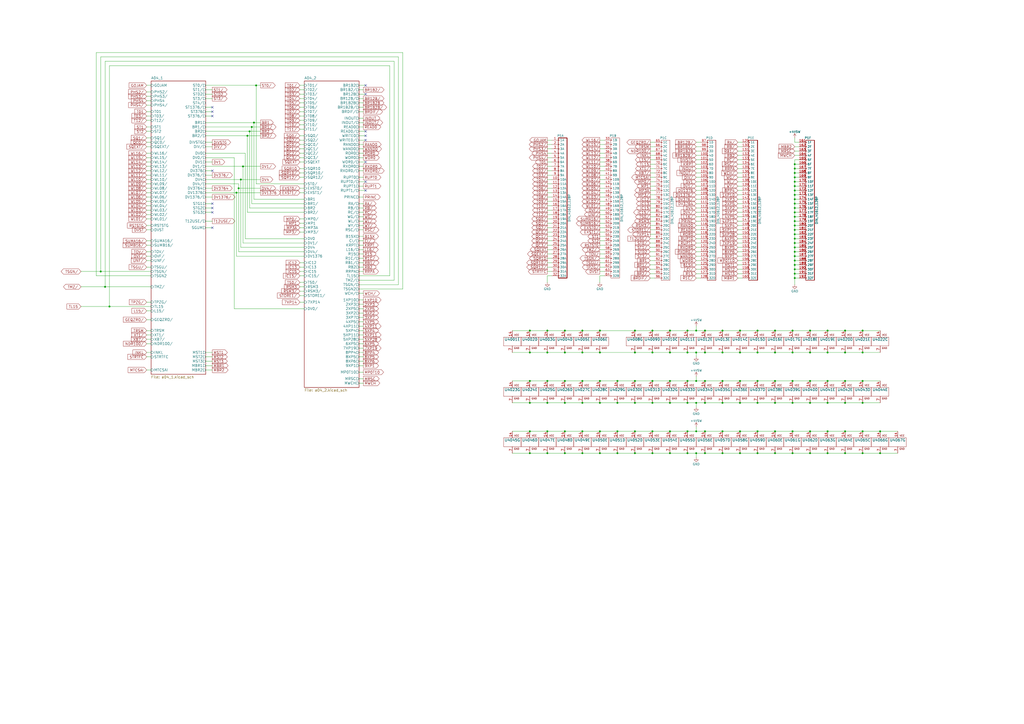
<source format=kicad_sch>
(kicad_sch (version 20211123) (generator eeschema)
  (paper "A2")
  (junction (at 378.46 220.98))
  (junction (at 403.86 204.47))
  (junction (at 500.38 250.19))
  (junction (at 429.26 233.68))
  (junction (at 368.3 262.89))
  (junction (at 461.01 113.03))
  (junction (at 469.9 204.47))
  (junction (at 358.14 250.19))
  (junction (at 459.74 262.89))
  (junction (at 500.38 220.98))
  (junction (at 358.14 233.68))
  (junction (at 347.98 191.77))
  (junction (at 403.86 191.77))
  (junction (at 337.82 250.19))
  (junction (at 500.38 262.89))
  (junction (at 461.01 143.51))
  (junction (at 449.58 233.68))
  (junction (at 317.5 233.68))
  (junction (at 439.42 191.77))
  (junction (at 461.01 95.25))
  (junction (at 398.78 233.68))
  (junction (at 307.34 250.19))
  (junction (at 461.01 148.59))
  (junction (at 480.06 191.77))
  (junction (at 480.06 204.47))
  (junction (at 307.34 262.89))
  (junction (at 490.22 191.77))
  (junction (at 137.16 111.76))
  (junction (at 337.82 262.89))
  (junction (at 469.9 262.89))
  (junction (at 480.06 233.68))
  (junction (at 510.54 250.19))
  (junction (at 461.01 110.49))
  (junction (at 461.01 153.67))
  (junction (at 146.05 73.66))
  (junction (at 469.9 220.98))
  (junction (at 449.58 204.47))
  (junction (at 500.38 204.47))
  (junction (at 139.7 104.14))
  (junction (at 408.94 204.47))
  (junction (at 439.42 262.89))
  (junction (at 461.01 125.73))
  (junction (at 398.78 191.77))
  (junction (at 480.06 262.89))
  (junction (at 63.5 177.8))
  (junction (at 388.62 250.19))
  (junction (at 368.3 233.68))
  (junction (at 368.3 191.77))
  (junction (at 408.94 191.77))
  (junction (at 459.74 204.47))
  (junction (at 337.82 220.98))
  (junction (at 461.01 102.87))
  (junction (at 429.26 262.89))
  (junction (at 58.42 157.48))
  (junction (at 317.5 191.77))
  (junction (at 419.1 250.19))
  (junction (at 317.5 262.89))
  (junction (at 500.38 191.77))
  (junction (at 317.5 250.19))
  (junction (at 419.1 262.89))
  (junction (at 327.66 233.68))
  (junction (at 461.01 120.65))
  (junction (at 368.3 220.98))
  (junction (at 408.94 220.98))
  (junction (at 461.01 140.97))
  (junction (at 347.98 204.47))
  (junction (at 490.22 250.19))
  (junction (at 388.62 262.89))
  (junction (at 469.9 191.77))
  (junction (at 408.94 233.68))
  (junction (at 378.46 191.77))
  (junction (at 419.1 220.98))
  (junction (at 461.01 123.19))
  (junction (at 408.94 250.19))
  (junction (at 419.1 204.47))
  (junction (at 490.22 220.98))
  (junction (at 60.96 166.37))
  (junction (at 307.34 204.47))
  (junction (at 461.01 107.95))
  (junction (at 138.43 109.22))
  (junction (at 337.82 233.68))
  (junction (at 147.32 71.12))
  (junction (at 461.01 115.57))
  (junction (at 461.01 130.81))
  (junction (at 403.86 220.98))
  (junction (at 461.01 161.29))
  (junction (at 378.46 262.89))
  (junction (at 398.78 250.19))
  (junction (at 439.42 204.47))
  (junction (at 398.78 220.98))
  (junction (at 307.34 220.98))
  (junction (at 459.74 250.19))
  (junction (at 358.14 262.89))
  (junction (at 461.01 146.05))
  (junction (at 388.62 191.77))
  (junction (at 439.42 220.98))
  (junction (at 368.3 204.47))
  (junction (at 429.26 191.77))
  (junction (at 140.97 96.52))
  (junction (at 307.34 191.77))
  (junction (at 358.14 220.98))
  (junction (at 459.74 220.98))
  (junction (at 378.46 204.47))
  (junction (at 419.1 191.77))
  (junction (at 388.62 204.47))
  (junction (at 461.01 100.33))
  (junction (at 461.01 118.11))
  (junction (at 469.9 233.68))
  (junction (at 398.78 262.89))
  (junction (at 398.78 204.47))
  (junction (at 449.58 262.89))
  (junction (at 459.74 191.77))
  (junction (at 144.78 76.2))
  (junction (at 490.22 233.68))
  (junction (at 429.26 220.98))
  (junction (at 148.59 49.53))
  (junction (at 419.1 233.68))
  (junction (at 388.62 220.98))
  (junction (at 403.86 262.89))
  (junction (at 317.5 204.47))
  (junction (at 403.86 233.68))
  (junction (at 461.01 156.21))
  (junction (at 480.06 250.19))
  (junction (at 317.5 220.98))
  (junction (at 480.06 220.98))
  (junction (at 461.01 158.75))
  (junction (at 439.42 250.19))
  (junction (at 461.01 138.43))
  (junction (at 347.98 262.89))
  (junction (at 327.66 250.19))
  (junction (at 327.66 204.47))
  (junction (at 449.58 191.77))
  (junction (at 347.98 250.19))
  (junction (at 347.98 220.98))
  (junction (at 337.82 204.47))
  (junction (at 461.01 135.89))
  (junction (at 327.66 220.98))
  (junction (at 459.74 233.68))
  (junction (at 378.46 250.19))
  (junction (at 490.22 204.47))
  (junction (at 429.26 204.47))
  (junction (at 403.86 250.19))
  (junction (at 368.3 250.19))
  (junction (at 327.66 262.89))
  (junction (at 307.34 233.68))
  (junction (at 449.58 250.19))
  (junction (at 388.62 233.68))
  (junction (at 378.46 233.68))
  (junction (at 337.82 191.77))
  (junction (at 143.51 78.74))
  (junction (at 439.42 233.68))
  (junction (at 469.9 250.19))
  (junction (at 461.01 97.79))
  (junction (at 408.94 262.89))
  (junction (at 461.01 151.13))
  (junction (at 461.01 128.27))
  (junction (at 461.01 105.41))
  (junction (at 429.26 250.19))
  (junction (at 449.58 220.98))
  (junction (at 347.98 233.68))
  (junction (at 490.22 262.89))
  (junction (at 510.54 262.89))
  (junction (at 461.01 133.35))
  (junction (at 327.66 191.77))
  (junction (at 500.38 233.68))
  (no_connect (at 212.09 78.74))
  (no_connect (at 212.09 110.49))
  (no_connect (at 123.19 120.65))
  (no_connect (at 123.19 67.31))
  (no_connect (at 212.09 93.98))
  (no_connect (at 212.09 105.41))
  (no_connect (at 123.19 64.77))
  (no_connect (at 212.09 54.61))
  (no_connect (at 123.19 62.23))
  (no_connect (at 212.09 76.2))
  (no_connect (at 123.19 118.11))
  (no_connect (at 212.09 49.53))
  (no_connect (at 212.09 81.28))
  (no_connect (at 123.19 99.06))
  (no_connect (at 123.19 132.08))
  (no_connect (at 123.19 123.19))
  (wire (pts (xy 406.4 102.87) (xy 403.86 102.87)))
  (wire (pts (xy 210.82 71.12) (xy 208.28 71.12)))
  (wire (pts (xy 461.01 120.65) (xy 463.55 120.65)))
  (wire (pts (xy 173.99 64.77) (xy 176.53 64.77)))
  (wire (pts (xy 449.58 204.47) (xy 459.74 204.47)))
  (wire (pts (xy 459.74 191.77) (xy 469.9 191.77)))
  (wire (pts (xy 461.01 138.43) (xy 463.55 138.43)))
  (wire (pts (xy 378.46 262.89) (xy 388.62 262.89)))
  (wire (pts (xy 297.18 220.98) (xy 307.34 220.98)))
  (wire (pts (xy 208.28 162.56) (xy 228.6 162.56)))
  (wire (pts (xy 347.98 111.76) (xy 350.52 111.76)))
  (wire (pts (xy 307.34 233.68) (xy 317.5 233.68)))
  (wire (pts (xy 427.99 158.75) (xy 430.53 158.75)))
  (wire (pts (xy 368.3 191.77) (xy 378.46 191.77)))
  (wire (pts (xy 403.86 220.98) (xy 408.94 220.98)))
  (wire (pts (xy 320.04 154.94) (xy 317.5 154.94)))
  (wire (pts (xy 449.58 250.19) (xy 459.74 250.19)))
  (wire (pts (xy 119.38 64.77) (xy 123.19 64.77)))
  (wire (pts (xy 439.42 250.19) (xy 449.58 250.19)))
  (wire (pts (xy 461.01 133.35) (xy 461.01 135.89)))
  (wire (pts (xy 461.01 156.21) (xy 463.55 156.21)))
  (wire (pts (xy 461.01 146.05) (xy 461.01 148.59)))
  (wire (pts (xy 427.99 130.81) (xy 430.53 130.81)))
  (wire (pts (xy 347.98 262.89) (xy 358.14 262.89)))
  (wire (pts (xy 210.82 142.24) (xy 208.28 142.24)))
  (wire (pts (xy 379.73 92.71) (xy 377.19 92.71)))
  (wire (pts (xy 347.98 129.54) (xy 350.52 129.54)))
  (wire (pts (xy 500.38 204.47) (xy 510.54 204.47)))
  (wire (pts (xy 210.82 125.73) (xy 208.28 125.73)))
  (wire (pts (xy 350.52 106.68) (xy 347.98 106.68)))
  (wire (pts (xy 377.19 95.25) (xy 379.73 95.25)))
  (wire (pts (xy 60.96 166.37) (xy 87.63 166.37)))
  (wire (pts (xy 461.01 118.11) (xy 461.01 120.65)))
  (wire (pts (xy 226.06 160.02) (xy 226.06 38.1)))
  (wire (pts (xy 210.82 147.32) (xy 208.28 147.32)))
  (wire (pts (xy 408.94 220.98) (xy 419.1 220.98)))
  (wire (pts (xy 427.99 123.19) (xy 430.53 123.19)))
  (wire (pts (xy 119.38 91.44) (xy 135.89 91.44)))
  (wire (pts (xy 123.19 62.23) (xy 119.38 62.23)))
  (wire (pts (xy 87.63 114.3) (xy 85.09 114.3)))
  (wire (pts (xy 208.28 154.94) (xy 210.82 154.94)))
  (wire (pts (xy 379.73 135.89) (xy 377.19 135.89)))
  (wire (pts (xy 469.9 220.98) (xy 480.06 220.98)))
  (wire (pts (xy 403.86 207.01) (xy 403.86 204.47)))
  (wire (pts (xy 403.86 153.67) (xy 406.4 153.67)))
  (wire (pts (xy 231.14 33.02) (xy 58.42 33.02)))
  (wire (pts (xy 85.09 64.77) (xy 87.63 64.77)))
  (wire (pts (xy 461.01 110.49) (xy 461.01 113.03)))
  (wire (pts (xy 87.63 142.24) (xy 85.09 142.24)))
  (wire (pts (xy 85.09 175.26) (xy 87.63 175.26)))
  (wire (pts (xy 461.01 113.03) (xy 463.55 113.03)))
  (wire (pts (xy 403.86 140.97) (xy 406.4 140.97)))
  (wire (pts (xy 377.19 161.29) (xy 379.73 161.29)))
  (wire (pts (xy 55.88 30.48) (xy 55.88 160.02)))
  (wire (pts (xy 317.5 160.02) (xy 317.5 163.83)))
  (wire (pts (xy 403.86 156.21) (xy 406.4 156.21)))
  (wire (pts (xy 347.98 149.86) (xy 350.52 149.86)))
  (wire (pts (xy 327.66 191.77) (xy 337.82 191.77)))
  (wire (pts (xy 87.63 124.46) (xy 85.09 124.46)))
  (wire (pts (xy 419.1 220.98) (xy 429.26 220.98)))
  (wire (pts (xy 403.86 247.65) (xy 403.86 250.19)))
  (wire (pts (xy 429.26 204.47) (xy 439.42 204.47)))
  (wire (pts (xy 173.99 74.93) (xy 176.53 74.93)))
  (wire (pts (xy 317.5 88.9) (xy 320.04 88.9)))
  (wire (pts (xy 403.86 143.51) (xy 406.4 143.51)))
  (wire (pts (xy 461.01 158.75) (xy 463.55 158.75)))
  (wire (pts (xy 449.58 262.89) (xy 459.74 262.89)))
  (wire (pts (xy 210.82 59.69) (xy 208.28 59.69)))
  (wire (pts (xy 347.98 157.48) (xy 350.52 157.48)))
  (wire (pts (xy 139.7 104.14) (xy 139.7 143.51)))
  (wire (pts (xy 347.98 114.3) (xy 350.52 114.3)))
  (wire (pts (xy 408.94 191.77) (xy 419.1 191.77)))
  (wire (pts (xy 427.99 113.03) (xy 430.53 113.03)))
  (wire (pts (xy 173.99 129.54) (xy 176.53 129.54)))
  (wire (pts (xy 123.19 118.11) (xy 119.38 118.11)))
  (wire (pts (xy 461.01 140.97) (xy 461.01 143.51)))
  (wire (pts (xy 461.01 82.55) (xy 463.55 82.55)))
  (wire (pts (xy 119.38 76.2) (xy 144.78 76.2)))
  (wire (pts (xy 430.53 146.05) (xy 427.99 146.05)))
  (wire (pts (xy 430.53 143.51) (xy 427.99 143.51)))
  (wire (pts (xy 403.86 95.25) (xy 406.4 95.25)))
  (wire (pts (xy 85.09 191.77) (xy 87.63 191.77)))
  (wire (pts (xy 480.06 220.98) (xy 490.22 220.98)))
  (wire (pts (xy 461.01 151.13) (xy 463.55 151.13)))
  (wire (pts (xy 439.42 262.89) (xy 449.58 262.89)))
  (wire (pts (xy 140.97 96.52) (xy 140.97 140.97)))
  (wire (pts (xy 210.82 102.87) (xy 208.28 102.87)))
  (wire (pts (xy 377.19 107.95) (xy 379.73 107.95)))
  (wire (pts (xy 419.1 204.47) (xy 429.26 204.47)))
  (wire (pts (xy 347.98 233.68) (xy 358.14 233.68)))
  (wire (pts (xy 379.73 105.41) (xy 377.19 105.41)))
  (wire (pts (xy 85.09 139.7) (xy 87.63 139.7)))
  (wire (pts (xy 419.1 233.68) (xy 429.26 233.68)))
  (wire (pts (xy 210.82 152.4) (xy 208.28 152.4)))
  (wire (pts (xy 427.99 85.09) (xy 430.53 85.09)))
  (wire (pts (xy 173.99 134.62) (xy 176.53 134.62)))
  (wire (pts (xy 173.99 160.02) (xy 176.53 160.02)))
  (wire (pts (xy 176.53 132.08) (xy 173.99 132.08)))
  (wire (pts (xy 85.09 85.09) (xy 87.63 85.09)))
  (wire (pts (xy 368.3 220.98) (xy 378.46 220.98)))
  (wire (pts (xy 347.98 88.9) (xy 350.52 88.9)))
  (wire (pts (xy 461.01 135.89) (xy 463.55 135.89)))
  (wire (pts (xy 403.86 191.77) (xy 408.94 191.77)))
  (wire (pts (xy 403.86 133.35) (xy 406.4 133.35)))
  (wire (pts (xy 317.5 116.84) (xy 320.04 116.84)))
  (wire (pts (xy 173.99 54.61) (xy 176.53 54.61)))
  (wire (pts (xy 461.01 80.01) (xy 461.01 82.55)))
  (wire (pts (xy 210.82 157.48) (xy 208.28 157.48)))
  (wire (pts (xy 85.09 196.85) (xy 87.63 196.85)))
  (wire (pts (xy 87.63 93.98) (xy 85.09 93.98)))
  (wire (pts (xy 176.53 100.33) (xy 173.99 100.33)))
  (wire (pts (xy 85.09 91.44) (xy 87.63 91.44)))
  (wire (pts (xy 87.63 99.06) (xy 85.09 99.06)))
  (wire (pts (xy 226.06 38.1) (xy 63.5 38.1)))
  (wire (pts (xy 320.04 152.4) (xy 317.5 152.4)))
  (wire (pts (xy 403.86 123.19) (xy 406.4 123.19)))
  (wire (pts (xy 449.58 191.77) (xy 459.74 191.77)))
  (wire (pts (xy 210.82 83.82) (xy 208.28 83.82)))
  (wire (pts (xy 143.51 123.19) (xy 176.53 123.19)))
  (wire (pts (xy 317.5 99.06) (xy 320.04 99.06)))
  (wire (pts (xy 173.99 152.4) (xy 176.53 152.4)))
  (wire (pts (xy 307.34 204.47) (xy 317.5 204.47)))
  (wire (pts (xy 176.53 111.76) (xy 173.99 111.76)))
  (wire (pts (xy 403.86 100.33) (xy 406.4 100.33)))
  (wire (pts (xy 307.34 262.89) (xy 317.5 262.89)))
  (wire (pts (xy 347.98 191.77) (xy 368.3 191.77)))
  (wire (pts (xy 173.99 171.45) (xy 176.53 171.45)))
  (wire (pts (xy 461.01 95.25) (xy 463.55 95.25)))
  (wire (pts (xy 297.18 233.68) (xy 307.34 233.68)))
  (wire (pts (xy 500.38 233.68) (xy 510.54 233.68)))
  (wire (pts (xy 320.04 144.78) (xy 317.5 144.78)))
  (wire (pts (xy 85.09 80.01) (xy 87.63 80.01)))
  (wire (pts (xy 317.5 129.54) (xy 320.04 129.54)))
  (wire (pts (xy 87.63 185.42) (xy 85.09 185.42)))
  (wire (pts (xy 208.28 165.1) (xy 231.14 165.1)))
  (wire (pts (xy 461.01 143.51) (xy 461.01 146.05)))
  (wire (pts (xy 228.6 162.56) (xy 228.6 35.56)))
  (wire (pts (xy 176.53 52.07) (xy 173.99 52.07)))
  (wire (pts (xy 139.7 104.14) (xy 151.13 104.14)))
  (wire (pts (xy 398.78 250.19) (xy 403.86 250.19)))
  (wire (pts (xy 419.1 191.77) (xy 429.26 191.77)))
  (wire (pts (xy 119.38 106.68) (xy 138.43 106.68)))
  (wire (pts (xy 137.16 111.76) (xy 151.13 111.76)))
  (wire (pts (xy 148.59 106.68) (xy 176.53 106.68)))
  (wire (pts (xy 337.82 233.68) (xy 347.98 233.68)))
  (wire (pts (xy 212.09 78.74) (xy 208.28 78.74)))
  (wire (pts (xy 317.5 191.77) (xy 327.66 191.77)))
  (wire (pts (xy 87.63 151.13) (xy 85.09 151.13)))
  (wire (pts (xy 297.18 250.19) (xy 307.34 250.19)))
  (wire (pts (xy 500.38 250.19) (xy 510.54 250.19)))
  (wire (pts (xy 210.82 209.55) (xy 208.28 209.55)))
  (wire (pts (xy 379.73 110.49) (xy 377.19 110.49)))
  (wire (pts (xy 176.53 57.15) (xy 173.99 57.15)))
  (wire (pts (xy 388.62 220.98) (xy 398.78 220.98)))
  (wire (pts (xy 119.38 212.09) (xy 123.19 212.09)))
  (wire (pts (xy 85.09 133.35) (xy 87.63 133.35)))
  (wire (pts (xy 176.53 93.98) (xy 173.99 93.98)))
  (wire (pts (xy 210.82 184.15) (xy 208.28 184.15)))
  (wire (pts (xy 403.86 138.43) (xy 406.4 138.43)))
  (wire (pts (xy 337.82 220.98) (xy 347.98 220.98)))
  (wire (pts (xy 350.52 127) (xy 347.98 127)))
  (wire (pts (xy 212.09 49.53) (xy 208.28 49.53)))
  (wire (pts (xy 406.4 115.57) (xy 403.86 115.57)))
  (wire (pts (xy 459.74 262.89) (xy 469.9 262.89)))
  (wire (pts (xy 173.99 166.37) (xy 176.53 166.37)))
  (wire (pts (xy 85.09 199.39) (xy 87.63 199.39)))
  (wire (pts (xy 317.5 142.24) (xy 320.04 142.24)))
  (wire (pts (xy 461.01 125.73) (xy 463.55 125.73)))
  (wire (pts (xy 377.19 133.35) (xy 379.73 133.35)))
  (wire (pts (xy 143.51 78.74) (xy 143.51 123.19)))
  (wire (pts (xy 427.99 135.89) (xy 430.53 135.89)))
  (wire (pts (xy 461.01 85.09) (xy 463.55 85.09)))
  (wire (pts (xy 461.01 128.27) (xy 461.01 130.81)))
  (wire (pts (xy 427.99 92.71) (xy 430.53 92.71)))
  (wire (pts (xy 210.82 107.95) (xy 208.28 107.95)))
  (wire (pts (xy 143.51 78.74) (xy 151.13 78.74)))
  (wire (pts (xy 403.86 161.29) (xy 406.4 161.29)))
  (wire (pts (xy 403.86 151.13) (xy 406.4 151.13)))
  (wire (pts (xy 176.53 62.23) (xy 173.99 62.23)))
  (wire (pts (xy 210.82 191.77) (xy 208.28 191.77)))
  (wire (pts (xy 430.53 125.73) (xy 427.99 125.73)))
  (wire (pts (xy 85.09 148.59) (xy 87.63 148.59)))
  (wire (pts (xy 461.01 110.49) (xy 463.55 110.49)))
  (wire (pts (xy 427.99 87.63) (xy 430.53 87.63)))
  (wire (pts (xy 87.63 73.66) (xy 85.09 73.66)))
  (wire (pts (xy 461.01 130.81) (xy 461.01 133.35)))
  (wire (pts (xy 317.5 204.47) (xy 327.66 204.47)))
  (wire (pts (xy 173.99 86.36) (xy 176.53 86.36)))
  (wire (pts (xy 430.53 115.57) (xy 427.99 115.57)))
  (wire (pts (xy 123.19 54.61) (xy 119.38 54.61)))
  (wire (pts (xy 142.24 138.43) (xy 176.53 138.43)))
  (wire (pts (xy 146.05 73.66) (xy 146.05 118.11)))
  (wire (pts (xy 210.82 123.19) (xy 208.28 123.19)))
  (wire (pts (xy 403.86 204.47) (xy 408.94 204.47)))
  (wire (pts (xy 461.01 135.89) (xy 461.01 138.43)))
  (wire (pts (xy 297.18 191.77) (xy 307.34 191.77)))
  (wire (pts (xy 377.19 120.65) (xy 379.73 120.65)))
  (wire (pts (xy 210.82 149.86) (xy 208.28 149.86)))
  (wire (pts (xy 461.01 105.41) (xy 461.01 107.95)))
  (wire (pts (xy 85.09 116.84) (xy 87.63 116.84)))
  (wire (pts (xy 210.82 137.16) (xy 208.28 137.16)))
  (wire (pts (xy 388.62 250.19) (xy 398.78 250.19)))
  (wire (pts (xy 123.19 204.47) (xy 119.38 204.47)))
  (wire (pts (xy 176.53 154.94) (xy 173.99 154.94)))
  (wire (pts (xy 307.34 220.98) (xy 317.5 220.98)))
  (wire (pts (xy 461.01 125.73) (xy 461.01 128.27)))
  (wire (pts (xy 377.19 82.55) (xy 379.73 82.55)))
  (wire (pts (xy 142.24 88.9) (xy 142.24 138.43)))
  (wire (pts (xy 461.01 87.63) (xy 463.55 87.63)))
  (wire (pts (xy 377.19 123.19) (xy 379.73 123.19)))
  (wire (pts (xy 337.82 250.19) (xy 347.98 250.19)))
  (wire (pts (xy 388.62 191.77) (xy 398.78 191.77)))
  (wire (pts (xy 210.82 52.07) (xy 208.28 52.07)))
  (wire (pts (xy 350.52 134.62) (xy 347.98 134.62)))
  (wire (pts (xy 320.04 81.28) (xy 317.5 81.28)))
  (wire (pts (xy 406.4 85.09) (xy 403.86 85.09)))
  (wire (pts (xy 135.89 179.07) (xy 176.53 179.07)))
  (wire (pts (xy 320.04 93.98) (xy 317.5 93.98)))
  (wire (pts (xy 210.82 219.71) (xy 208.28 219.71)))
  (wire (pts (xy 119.38 114.3) (xy 123.19 114.3)))
  (wire (pts (xy 137.16 111.76) (xy 137.16 148.59)))
  (wire (pts (xy 449.58 220.98) (xy 459.74 220.98)))
  (wire (pts (xy 480.06 233.68) (xy 490.22 233.68)))
  (wire (pts (xy 461.01 95.25) (xy 461.01 97.79)))
  (wire (pts (xy 347.98 101.6) (xy 350.52 101.6)))
  (wire (pts (xy 210.82 86.36) (xy 208.28 86.36)))
  (wire (pts (xy 317.5 137.16) (xy 320.04 137.16)))
  (wire (pts (xy 439.42 233.68) (xy 449.58 233.68)))
  (wire (pts (xy 427.99 82.55) (xy 430.53 82.55)))
  (wire (pts (xy 85.09 207.01) (xy 87.63 207.01)))
  (wire (pts (xy 378.46 204.47) (xy 388.62 204.47)))
  (wire (pts (xy 144.78 120.65) (xy 176.53 120.65)))
  (wire (pts (xy 429.26 250.19) (xy 439.42 250.19)))
  (wire (pts (xy 176.53 175.26) (xy 173.99 175.26)))
  (wire (pts (xy 144.78 76.2) (xy 144.78 120.65)))
  (wire (pts (xy 377.19 115.57) (xy 379.73 115.57)))
  (wire (pts (xy 139.7 143.51) (xy 176.53 143.51)))
  (wire (pts (xy 210.82 62.23) (xy 208.28 62.23)))
  (wire (pts (xy 210.82 201.93) (xy 208.28 201.93)))
  (wire (pts (xy 85.09 121.92) (xy 87.63 121.92)))
  (wire (pts (xy 317.5 121.92) (xy 320.04 121.92)))
  (wire (pts (xy 403.86 250.19) (xy 408.94 250.19)))
  (wire (pts (xy 403.86 125.73) (xy 406.4 125.73)))
  (wire (pts (xy 210.82 99.06) (xy 208.28 99.06)))
  (wire (pts (xy 210.82 215.9) (xy 208.28 215.9)))
  (wire (pts (xy 408.94 204.47) (xy 419.1 204.47)))
  (wire (pts (xy 427.99 151.13) (xy 430.53 151.13)))
  (wire (pts (xy 398.78 233.68) (xy 403.86 233.68)))
  (wire (pts (xy 430.53 128.27) (xy 427.99 128.27)))
  (wire (pts (xy 427.99 97.79) (xy 430.53 97.79)))
  (wire (pts (xy 233.68 167.64) (xy 233.68 30.48)))
  (wire (pts (xy 60.96 35.56) (xy 60.96 166.37)))
  (wire (pts (xy 87.63 104.14) (xy 85.09 104.14)))
  (wire (pts (xy 461.01 92.71) (xy 461.01 95.25)))
  (wire (pts (xy 210.82 199.39) (xy 208.28 199.39)))
  (wire (pts (xy 469.9 191.77) (xy 480.06 191.77)))
  (wire (pts (xy 85.09 106.68) (xy 87.63 106.68)))
  (wire (pts (xy 147.32 71.12) (xy 151.13 71.12)))
  (wire (pts (xy 85.09 194.31) (xy 87.63 194.31)))
  (wire (pts (xy 63.5 38.1) (xy 63.5 177.8)))
  (wire (pts (xy 347.98 121.92) (xy 350.52 121.92)))
  (wire (pts (xy 403.86 189.23) (xy 403.86 191.77)))
  (wire (pts (xy 85.09 49.53) (xy 87.63 49.53)))
  (wire (pts (xy 228.6 35.56) (xy 60.96 35.56)))
  (wire (pts (xy 63.5 177.8) (xy 87.63 177.8)))
  (wire (pts (xy 119.38 73.66) (xy 146.05 73.66)))
  (wire (pts (xy 87.63 88.9) (xy 85.09 88.9)))
  (wire (pts (xy 208.28 160.02) (xy 226.06 160.02)))
  (wire (pts (xy 419.1 262.89) (xy 429.26 262.89)))
  (wire (pts (xy 176.53 72.39) (xy 173.99 72.39)))
  (wire (pts (xy 430.53 138.43) (xy 427.99 138.43)))
  (wire (pts (xy 176.53 83.82) (xy 173.99 83.82)))
  (wire (pts (xy 317.5 262.89) (xy 327.66 262.89)))
  (wire (pts (xy 406.4 110.49) (xy 403.86 110.49)))
  (wire (pts (xy 148.59 49.53) (xy 151.13 49.53)))
  (wire (pts (xy 406.4 105.41) (xy 403.86 105.41)))
  (wire (pts (xy 337.82 204.47) (xy 347.98 204.47)))
  (wire (pts (xy 403.86 236.22) (xy 403.86 233.68)))
  (wire (pts (xy 87.63 119.38) (xy 85.09 119.38)))
  (wire (pts (xy 403.86 265.43) (xy 403.86 262.89)))
  (wire (pts (xy 427.99 110.49) (xy 430.53 110.49)))
  (wire (pts (xy 461.01 140.97) (xy 463.55 140.97)))
  (wire (pts (xy 317.5 119.38) (xy 320.04 119.38)))
  (wire (pts (xy 210.82 91.44) (xy 208.28 91.44)))
  (wire (pts (xy 176.53 168.91) (xy 173.99 168.91)))
  (wire (pts (xy 87.63 58.42) (xy 85.09 58.42)))
  (wire (pts (xy 368.3 233.68) (xy 378.46 233.68)))
  (wire (pts (xy 500.38 262.89) (xy 510.54 262.89)))
  (wire (pts (xy 208.28 194.31) (xy 210.82 194.31)))
  (wire (pts (xy 427.99 100.33) (xy 430.53 100.33)))
  (wire (pts (xy 119.38 93.98) (xy 123.19 93.98)))
  (wire (pts (xy 317.5 157.48) (xy 320.04 157.48)))
  (wire (pts (xy 490.22 262.89) (xy 500.38 262.89)))
  (wire (pts (xy 307.34 250.19) (xy 317.5 250.19)))
  (wire (pts (xy 427.99 95.25) (xy 430.53 95.25)))
  (wire (pts (xy 210.82 64.77) (xy 208.28 64.77)))
  (wire (pts (xy 119.38 85.09) (xy 123.19 85.09)))
  (wire (pts (xy 350.52 116.84) (xy 347.98 116.84)))
  (wire (pts (xy 379.73 118.11) (xy 377.19 118.11)))
  (wire (pts (xy 461.01 100.33) (xy 463.55 100.33)))
  (wire (pts (xy 347.98 160.02) (xy 350.52 160.02)))
  (wire (pts (xy 210.82 114.3) (xy 208.28 114.3)))
  (wire (pts (xy 388.62 204.47) (xy 398.78 204.47)))
  (wire (pts (xy 378.46 220.98) (xy 388.62 220.98)))
  (wire (pts (xy 461.01 102.87) (xy 463.55 102.87)))
  (wire (pts (xy 337.82 262.89) (xy 347.98 262.89)))
  (wire (pts (xy 377.19 128.27) (xy 379.73 128.27)))
  (wire (pts (xy 87.63 130.81) (xy 85.09 130.81)))
  (wire (pts (xy 210.82 186.69) (xy 208.28 186.69)))
  (wire (pts (xy 173.99 69.85) (xy 176.53 69.85)))
  (wire (pts (xy 510.54 262.89) (xy 520.7 262.89)))
  (wire (pts (xy 408.94 262.89) (xy 419.1 262.89)))
  (wire (pts (xy 461.01 146.05) (xy 463.55 146.05)))
  (wire (pts (xy 398.78 220.98) (xy 403.86 220.98)))
  (wire (pts (xy 137.16 148.59) (xy 176.53 148.59)))
  (wire (pts (xy 176.53 127) (xy 173.99 127)))
  (wire (pts (xy 469.9 204.47) (xy 480.06 204.47)))
  (wire (pts (xy 379.73 90.17) (xy 377.19 90.17)))
  (wire (pts (xy 377.19 146.05) (xy 379.73 146.05)))
  (wire (pts (xy 368.3 262.89) (xy 378.46 262.89)))
  (wire (pts (xy 358.14 250.19) (xy 368.3 250.19)))
  (wire (pts (xy 87.63 55.88) (xy 85.09 55.88)))
  (wire (pts (xy 119.38 101.6) (xy 123.19 101.6)))
  (wire (pts (xy 461.01 130.81) (xy 463.55 130.81)))
  (wire (pts (xy 427.99 90.17) (xy 430.53 90.17)))
  (wire (pts (xy 427.99 107.95) (xy 430.53 107.95)))
  (wire (pts (xy 176.53 163.83) (xy 173.99 163.83)))
  (wire (pts (xy 461.01 100.33) (xy 461.01 102.87)))
  (wire (pts (xy 490.22 204.47) (xy 500.38 204.47)))
  (wire (pts (xy 146.05 73.66) (xy 151.13 73.66)))
  (wire (pts (xy 210.82 118.11) (xy 208.28 118.11)))
  (wire (pts (xy 388.62 233.68) (xy 398.78 233.68)))
  (wire (pts (xy 403.86 148.59) (xy 406.4 148.59)))
  (wire (pts (xy 87.63 67.31) (xy 85.09 67.31)))
  (wire (pts (xy 377.19 113.03) (xy 379.73 113.03)))
  (wire (pts (xy 461.01 133.35) (xy 463.55 133.35)))
  (wire (pts (xy 138.43 146.05) (xy 176.53 146.05)))
  (wire (pts (xy 317.5 109.22) (xy 320.04 109.22)))
  (wire (pts (xy 173.99 91.44) (xy 176.53 91.44)))
  (wire (pts (xy 427.99 120.65) (xy 430.53 120.65)))
  (wire (pts (xy 173.99 97.79) (xy 176.53 97.79)))
  (wire (pts (xy 350.52 93.98) (xy 347.98 93.98)))
  (wire (pts (xy 119.38 111.76) (xy 137.16 111.76)))
  (wire (pts (xy 210.82 120.65) (xy 208.28 120.65)))
  (wire (pts (xy 358.14 262.89) (xy 368.3 262.89)))
  (wire (pts (xy 176.53 78.74) (xy 173.99 78.74)))
  (wire (pts (xy 459.74 250.19) (xy 469.9 250.19)))
  (wire (pts (xy 317.5 106.68) (xy 320.04 106.68)))
  (wire (pts (xy 317.5 101.6) (xy 320.04 101.6)))
  (wire (pts (xy 140.97 96.52) (xy 151.13 96.52)))
  (wire (pts (xy 403.86 135.89) (xy 406.4 135.89)))
  (wire (pts (xy 123.19 207.01) (xy 119.38 207.01)))
  (wire (pts (xy 403.86 233.68) (xy 408.94 233.68)))
  (wire (pts (xy 85.09 69.85) (xy 87.63 69.85)))
  (wire (pts (xy 85.09 146.05) (xy 87.63 146.05)))
  (wire (pts (xy 320.04 147.32) (xy 317.5 147.32)))
  (wire (pts (xy 403.86 90.17) (xy 406.4 90.17)))
  (wire (pts (xy 461.01 156.21) (xy 461.01 158.75)))
  (wire (pts (xy 350.52 124.46) (xy 347.98 124.46)))
  (wire (pts (xy 461.01 161.29) (xy 463.55 161.29)))
  (wire (pts (xy 58.42 157.48) (xy 87.63 157.48)))
  (wire (pts (xy 317.5 250.19) (xy 327.66 250.19)))
  (wire (pts (xy 378.46 233.68) (xy 388.62 233.68)))
  (wire (pts (xy 403.86 87.63) (xy 406.4 87.63)))
  (wire (pts (xy 429.26 233.68) (xy 439.42 233.68)))
  (wire (pts (xy 327.66 204.47) (xy 337.82 204.47)))
  (wire (pts (xy 317.5 104.14) (xy 320.04 104.14)))
  (wire (pts (xy 85.09 60.96) (xy 87.63 60.96)))
  (wire (pts (xy 461.01 120.65) (xy 461.01 123.19)))
  (wire (pts (xy 327.66 233.68) (xy 337.82 233.68)))
  (wire (pts (xy 210.82 170.18) (xy 208.28 170.18)))
  (wire (pts (xy 358.14 220.98) (xy 368.3 220.98)))
  (wire (pts (xy 135.89 91.44) (xy 135.89 179.07)))
  (wire (pts (xy 377.19 138.43) (xy 379.73 138.43)))
  (wire (pts (xy 317.5 91.44) (xy 320.04 91.44)))
  (wire (pts (xy 210.82 144.78) (xy 208.28 144.78)))
  (wire (pts (xy 461.01 107.95) (xy 461.01 110.49)))
  (wire (pts (xy 398.78 262.89) (xy 403.86 262.89)))
  (wire (pts (xy 480.06 191.77) (xy 490.22 191.77)))
  (wire (pts (xy 317.5 233.68) (xy 327.66 233.68)))
  (wire (pts (xy 459.74 204.47) (xy 469.9 204.47)))
  (wire (pts (xy 439.42 191.77) (xy 449.58 191.77)))
  (wire (pts (xy 119.38 120.65) (xy 123.19 120.65)))
  (wire (pts (xy 317.5 139.7) (xy 320.04 139.7)))
  (wire (pts (xy 403.86 97.79) (xy 406.4 97.79)))
  (wire (pts (xy 461.01 90.17) (xy 463.55 90.17)))
  (wire (pts (xy 350.52 96.52) (xy 347.98 96.52)))
  (wire (pts (xy 317.5 132.08) (xy 320.04 132.08)))
  (wire (pts (xy 350.52 119.38) (xy 347.98 119.38)))
  (wire (pts (xy 408.94 250.19) (xy 419.1 250.19)))
  (wire (pts (xy 427.99 118.11) (xy 430.53 118.11)))
  (wire (pts (xy 210.82 204.47) (xy 208.28 204.47)))
  (wire (pts (xy 119.38 96.52) (xy 140.97 96.52)))
  (wire (pts (xy 176.53 67.31) (xy 173.99 67.31)))
  (wire (pts (xy 403.86 218.44) (xy 403.86 220.98)))
  (wire (pts (xy 208.28 181.61) (xy 210.82 181.61)))
  (wire (pts (xy 350.52 144.78) (xy 347.98 144.78)))
  (wire (pts (xy 347.98 137.16) (xy 350.52 137.16)))
  (wire (pts (xy 212.09 81.28) (xy 208.28 81.28)))
  (wire (pts (xy 461.01 102.87) (xy 461.01 105.41)))
  (wire (pts (xy 430.53 161.29) (xy 427.99 161.29)))
  (wire (pts (xy 398.78 191.77) (xy 403.86 191.77)))
  (wire (pts (xy 377.19 102.87) (xy 379.73 102.87)))
  (wire (pts (xy 403.86 82.55) (xy 406.4 82.55)))
  (wire (pts (xy 123.19 99.06) (xy 119.38 99.06)))
  (wire (pts (xy 429.26 262.89) (xy 439.42 262.89)))
  (wire (pts (xy 469.9 262.89) (xy 480.06 262.89)))
  (wire (pts (xy 403.86 262.89) (xy 408.94 262.89)))
  (wire (pts (xy 147.32 71.12) (xy 147.32 115.57)))
  (wire (pts (xy 138.43 109.22) (xy 151.13 109.22)))
  (wire (pts (xy 85.09 214.63) (xy 87.63 214.63)))
  (wire (pts (xy 210.82 96.52) (xy 208.28 96.52)))
  (wire (pts (xy 210.82 73.66) (xy 208.28 73.66)))
  (wire (pts (xy 461.01 92.71) (xy 463.55 92.71)))
  (wire (pts (xy 427.99 133.35) (xy 430.53 133.35)))
  (wire (pts (xy 210.82 57.15) (xy 208.28 57.15)))
  (wire (pts (xy 87.63 109.22) (xy 85.09 109.22)))
  (wire (pts (xy 461.01 158.75) (xy 461.01 161.29)))
  (wire (pts (xy 469.9 250.19) (xy 480.06 250.19)))
  (wire (pts (xy 461.01 123.19) (xy 461.01 125.73)))
  (wire (pts (xy 140.97 140.97) (xy 176.53 140.97)))
  (wire (pts (xy 85.09 180.34) (xy 87.63 180.34)))
  (wire (pts (xy 85.09 53.34) (xy 87.63 53.34)))
  (wire (pts (xy 427.99 140.97) (xy 430.53 140.97)))
  (wire (pts (xy 403.86 146.05) (xy 406.4 146.05)))
  (wire (pts (xy 210.82 68.58) (xy 208.28 68.58)))
  (wire (pts (xy 377.19 148.59) (xy 379.73 148.59)))
  (wire (pts (xy 350.52 132.08) (xy 347.98 132.08)))
  (wire (pts (xy 85.09 82.55) (xy 87.63 82.55)))
  (wire (pts (xy 379.73 85.09) (xy 377.19 85.09)))
  (wire (pts (xy 317.5 220.98) (xy 327.66 220.98)))
  (wire (pts (xy 449.58 233.68) (xy 459.74 233.68)))
  (wire (pts (xy 427.99 105.41) (xy 430.53 105.41)))
  (wire (pts (xy 119.38 71.12) (xy 147.32 71.12)))
  (wire (pts (xy 317.5 124.46) (xy 320.04 124.46)))
  (wire (pts (xy 123.19 209.55) (xy 119.38 209.55)))
  (wire (pts (xy 210.82 196.85) (xy 208.28 196.85)))
  (wire (pts (xy 210.82 139.7) (xy 208.28 139.7)))
  (wire (pts (xy 377.19 140.97) (xy 379.73 140.97)))
  (wire (pts (xy 490.22 191.77) (xy 500.38 191.77)))
  (wire (pts (xy 119.38 104.14) (xy 139.7 104.14)))
  (wire (pts (xy 459.74 233.68) (xy 469.9 233.68)))
  (wire (pts (xy 480.06 204.47) (xy 490.22 204.47)))
  (wire (pts (xy 297.18 204.47) (xy 307.34 204.47)))
  (wire (pts (xy 123.19 214.63) (xy 119.38 214.63)))
  (wire (pts (xy 406.4 113.03) (xy 403.86 113.03)))
  (wire (pts (xy 461.01 123.19) (xy 463.55 123.19)))
  (wire (pts (xy 210.82 133.35) (xy 208.28 133.35)))
  (wire (pts (xy 461.01 148.59) (xy 461.01 151.13)))
  (wire (pts (xy 379.73 100.33) (xy 377.19 100.33)))
  (wire (pts (xy 46.99 177.8) (xy 63.5 177.8)))
  (wire (pts (xy 429.26 191.77) (xy 439.42 191.77)))
  (wire (pts (xy 212.09 110.49) (xy 208.28 110.49)))
  (wire (pts (xy 212.09 54.61) (xy 208.28 54.61)))
  (wire (pts (xy 231.14 165.1) (xy 231.14 33.02)))
  (wire (pts (xy 210.82 179.07) (xy 208.28 179.07)))
  (wire (pts (xy 461.01 153.67) (xy 463.55 153.67)))
  (wire (pts (xy 317.5 96.52) (xy 320.04 96.52)))
  (wire (pts (xy 403.86 120.65) (xy 406.4 120.65)))
  (wire (pts (xy 146.05 118.11) (xy 176.53 118.11)))
  (wire (pts (xy 510.54 250.19) (xy 520.7 250.19)))
  (wire (pts (xy 208.28 130.81) (xy 210.82 130.81)))
  (wire (pts (xy 368.3 250.19) (xy 378.46 250.19)))
  (wire (pts (xy 307.34 191.77) (xy 317.5 191.77)))
  (wire (pts (xy 500.38 191.77) (xy 510.54 191.77)))
  (wire (pts (xy 350.52 154.94) (xy 347.98 154.94)))
  (wire (pts (xy 500.38 220.98) (xy 510.54 220.98)))
  (wire (pts (xy 208.28 207.01) (xy 210.82 207.01)))
  (wire (pts (xy 406.4 118.11) (xy 403.86 118.11)))
  (wire (pts (xy 350.52 142.24) (xy 347.98 142.24)))
  (wire (pts (xy 119.38 78.74) (xy 143.51 78.74)))
  (wire (pts (xy 208.28 167.64) (xy 233.68 167.64)))
  (wire (pts (xy 350.52 152.4) (xy 347.98 152.4)))
  (wire (pts (xy 406.4 107.95) (xy 403.86 107.95)))
  (wire (pts (xy 368.3 204.47) (xy 378.46 204.47)))
  (wire (pts (xy 317.5 127) (xy 320.04 127)))
  (wire (pts (xy 398.78 204.47) (xy 403.86 204.47)))
  (wire (pts (xy 461.01 97.79) (xy 461.01 100.33)))
  (wire (pts (xy 87.63 204.47) (xy 85.09 204.47)))
  (wire (pts (xy 58.42 33.02) (xy 58.42 157.48)))
  (wire (pts (xy 377.19 153.67) (xy 379.73 153.67)))
  (wire (pts (xy 347.98 147.32) (xy 350.52 147.32)))
  (wire (pts (xy 317.5 114.3) (xy 320.04 114.3)))
  (wire (pts (xy 337.82 191.77) (xy 347.98 191.77)))
  (wire (pts (xy 119.38 57.15) (xy 123.19 57.15)))
  (wire (pts (xy 427.99 148.59) (xy 430.53 148.59)))
  (wire (pts (xy 173.99 109.22) (xy 176.53 109.22)))
  (wire (pts (xy 347.98 163.83) (xy 347.98 160.02)))
  (wire (pts (xy 347.98 91.44) (xy 350.52 91.44)))
  (wire (pts (xy 379.73 125.73) (xy 377.19 125.73)))
  (wire (pts (xy 377.19 143.51) (xy 379.73 143.51)))
  (wire (pts (xy 85.09 111.76) (xy 87.63 111.76)))
  (wire (pts (xy 147.32 115.57) (xy 176.53 115.57)))
  (wire (pts (xy 403.86 158.75) (xy 406.4 158.75)))
  (wire (pts (xy 320.04 149.86) (xy 317.5 149.86)))
  (wire (pts (xy 85.09 101.6) (xy 87.63 101.6)))
  (wire (pts (xy 350.52 139.7) (xy 347.98 139.7)))
  (wire (pts (xy 350.52 86.36) (xy 347.98 86.36)))
  (wire (pts (xy 377.19 156.21) (xy 379.73 156.21)))
  (wire (pts (xy 461.01 161.29) (xy 461.01 165.1)))
  (wire (pts (xy 461.01 128.27) (xy 463.55 128.27)))
  (wire (pts (xy 212.09 93.98) (xy 208.28 93.98)))
  (wire (pts (xy 233.68 30.48) (xy 55.88 30.48)))
  (wire (pts (xy 347.98 81.28) (xy 350.52 81.28)))
  (wire (pts (xy 123.19 82.55) (xy 119.38 82.55)))
  (wire (pts (xy 350.52 104.14) (xy 347.98 104.14)))
  (wire (pts (xy 317.5 83.82) (xy 320.04 83.82)))
  (wire (pts (xy 210.82 222.25) (xy 208.28 222.25)))
  (wire (pts (xy 490.22 220.98) (xy 500.38 220.98)))
  (wire (pts (xy 210.82 173.99) (xy 208.28 173.99)))
  (wire (pts (xy 317.5 160.02) (xy 320.04 160.02)))
  (wire (pts (xy 148.59 49.53) (xy 148.59 106.68)))
  (wire (pts (xy 347.98 220.98) (xy 358.14 220.98)))
  (wire (pts (xy 461.01 148.59) (xy 463.55 148.59)))
  (wire (pts (xy 461.01 115.57) (xy 461.01 118.11)))
  (wire (pts (xy 210.82 212.09) (xy 208.28 212.09)))
  (wire (pts (xy 85.09 154.94) (xy 87.63 154.94)))
  (wire (pts (xy 461.01 153.67) (xy 461.01 156.21)))
  (wire (pts (xy 427.99 153.67) (xy 430.53 153.67)))
  (wire (pts (xy 317.5 111.76) (xy 320.04 111.76)))
  (wire (pts (xy 176.53 88.9) (xy 173.99 88.9)))
  (wire (pts (xy 210.82 176.53) (xy 208.28 176.53)))
  (wire (pts (xy 377.19 97.79) (xy 379.73 97.79)))
  (wire (pts (xy 480.06 262.89) (xy 490.22 262.89)))
  (wire (pts (xy 212.09 76.2) (xy 208.28 76.2)))
  (wire (pts (xy 461.01 113.03) (xy 461.01 115.57)))
  (wire (pts (xy 419.1 250.19) (xy 429.26 250.19)))
  (wire (pts (xy 173.99 102.87) (xy 176.53 102.87)))
  (wire (pts (xy 459.74 220.98) (xy 469.9 220.98)))
  (wire (pts (xy 119.38 109.22) (xy 123.19 109.22)))
  (wire (pts (xy 461.01 143.51) (xy 463.55 143.51)))
  (wire (pts (xy 378.46 191.77) (xy 388.62 191.77)))
  (wire (pts (xy 379.73 130.81) (xy 377.19 130.81)))
  (wire (pts (xy 490.22 250.19) (xy 500.38 250.19)))
  (wire (pts (xy 327.66 262.89) (xy 337.82 262.89)))
  (wire (pts (xy 297.18 262.89) (xy 307.34 262.89)))
  (wire (pts (xy 480.06 250.19) (xy 490.22 250.19)))
  (wire (pts (xy 461.01 118.11) (xy 463.55 118.11)))
  (wire (pts (xy 173.99 49.53) (xy 176.53 49.53)))
  (wire (pts (xy 119.38 49.53) (xy 148.59 49.53)))
  (wire (pts (xy 46.99 157.48) (xy 58.42 157.48)))
  (wire (pts (xy 119.38 88.9) (xy 142.24 88.9)))
  (wire (pts (xy 327.66 250.19) (xy 337.82 250.19)))
  (wire (pts (xy 85.09 76.2) (xy 87.63 76.2)))
  (wire (pts (xy 461.01 105.41) (xy 463.55 105.41)))
  (wire (pts (xy 350.52 83.82) (xy 347.98 83.82)))
  (wire (pts (xy 403.86 128.27) (xy 406.4 128.27)))
  (wire (pts (xy 138.43 106.68) (xy 138.43 109.22)))
  (wire (pts (xy 427.99 102.87) (xy 430.53 102.87)))
  (wire (pts (xy 347.98 204.47) (xy 368.3 204.47)))
  (wire (pts (xy 85.09 127) (xy 87.63 127)))
  (wire (pts (xy 469.9 233.68) (xy 480.06 233.68)))
  (wire (pts (xy 403.86 130.81) (xy 406.4 130.81)))
  (wire (pts (xy 403.86 92.71) (xy 406.4 92.71)))
  (wire (pts (xy 317.5 134.62) (xy 320.04 134.62)))
  (wire (pts (xy 327.66 220.98) (xy 337.82 220.98)))
  (wire (pts (xy 123.19 132.08) (xy 119.38 132.08)))
  (wire (pts (xy 429.26 220.98) (xy 439.42 220.98)))
  (wire (pts (xy 144.78 76.2) (xy 151.13 76.2)))
  (wire (pts (xy 461.01 97.79) (xy 463.55 97.79)))
  (wire (pts (xy 46.99 166.37) (xy 60.96 166.37)))
  (wire (pts (xy 461.01 151.13) (xy 461.01 153.67)))
  (wire (pts (xy 119.38 128.27) (xy 123.19 128.27)))
  (wire (pts (xy 119.38 52.07) (xy 123.19 52.07)))
  (wire (pts (xy 210.82 88.9) (xy 208.28 88.9)))
  (wire (pts (xy 55.88 160.02) (xy 87.63 160.02)))
  (wire (pts (xy 210.82 189.23) (xy 208.28 189.23)))
  (wire (pts (xy 408.94 233.68) (xy 419.1 233.68)))
  (wire (pts (xy 85.09 96.52) (xy 87.63 96.52)))
  (wire (pts (xy 388.62 262.89) (xy 398.78 262.89)))
  (wire (pts (xy 138.43 109.22) (xy 138.43 146.05)))
  (wire (pts (xy 490.22 233.68) (xy 500.38 233.68)))
  (wire (pts (xy 377.19 87.63) (xy 379.73 87.63)))
  (wire (pts (xy 317.5 86.36) (xy 320.04 86.36)))
  (wire (pts (xy 427.99 156.21) (xy 430.53 156.21)))
  (wire (pts (xy 210.82 128.27) (xy 208.28 128.27)))
  (wire (pts (xy 173.99 59.69) (xy 176.53 59.69)))
  (wire (pts (xy 377.19 158.75) (xy 379.73 158.75)))
  (wire (pts (xy 461.01 115.57) (xy 463.55 115.57)))
  (wire (pts (xy 173.99 157.48) (xy 176.53 157.48)))
  (wire (pts (xy 439.42 204.47) (xy 449.58 204.47)))
  (wire (pts (xy 358.14 233.68) (xy 368.3 233.68)))
  (wire (pts (xy 347.98 109.22) (xy 350.52 109.22)))
  (wire (pts (xy 347.98 99.06) (xy 350.52 99.06)))
  (wire (pts (xy 123.19 123.19) (xy 119.38 123.19)))
  (wire (pts (xy 212.09 105.41) (xy 208.28 105.41)))
  (wire (pts (xy 378.46 250.19) (xy 388.62 250.19)))
  (wire (pts (xy 123.19 67.31) (xy 119.38 67.31)))
  (wire (pts (xy 173.99 81.28) (xy 176.53 81.28)))
  (wire (pts (xy 439.42 220.98) (xy 449.58 220.98)))
  (wire (pts (xy 347.98 250.19) (xy 358.14 250.19)))
  (wire (pts (xy 377.19 151.13) (xy 379.73 151.13)))
  (wire (pts (xy 461.01 107.95) (xy 463.55 107.95)))
  (wire (pts (xy 461.01 138.43) (xy 461.01 140.97)))
  (global_label "EXST1/" (shape output) (at 347.98 134.62 180) (effects (font (size 1.524 1.524))) (property "Intersheet References" "${INTERSHEET_REFS}" (effects hide)))
  (global_label "MST3" (shape input) (at 427.99 158.75 180) (effects (font (size 1.524 1.524))) (property "Intersheet References" "${INTERSHEET_REFS}" (effects hide)))
  (global_label "RB2" (shape output) (at 210.82 154.94 0) (effects (font (size 1.524 1.524))) (property "Intersheet References" "${INTERSHEET_REFS}" (effects hide)))
  (global_label "GOJAM" (shape input) (at 85.09 49.53 180) (effects (font (size 1.524 1.524))) (property "Intersheet References" "${INTERSHEET_REFS}" (effects hide)))
  (global_label "DV4/" (shape output) (at 151.13 109.22 0) (effects (font (size 1.524 1.524))) (property "Intersheet References" "${INTERSHEET_REFS}" (effects hide)))
  (global_label "WY/" (shape input) (at 427.99 107.95 180) (effects (font (size 1.524 1.524))) (property "Intersheet References" "${INTERSHEET_REFS}" (effects hide)))
  (global_label "DV4" (shape output) (at 151.13 104.14 0) (effects (font (size 1.524 1.524))) (property "Intersheet References" "${INTERSHEET_REFS}" (effects hide)))
  (global_label "RSTSTG" (shape input) (at 85.09 130.81 180) (effects (font (size 1.524 1.524))) (property "Intersheet References" "${INTERSHEET_REFS}" (effects hide)))
  (global_label "T12/" (shape input) (at 85.09 69.85 180) (effects (font (size 1.524 1.524))) (property "Intersheet References" "${INTERSHEET_REFS}" (effects hide)))
  (global_label "MP3A" (shape output) (at 377.19 110.49 180) (effects (font (size 1.524 1.524))) (property "Intersheet References" "${INTERSHEET_REFS}" (effects hide)))
  (global_label "QC0/" (shape input) (at 173.99 83.82 180) (effects (font (size 1.524 1.524))) (property "Intersheet References" "${INTERSHEET_REFS}" (effects hide)))
  (global_label "B15X" (shape output) (at 210.82 137.16 0) (effects (font (size 1.524 1.524))) (property "Intersheet References" "${INTERSHEET_REFS}" (effects hide)))
  (global_label "OVF/" (shape input) (at 85.09 148.59 180) (effects (font (size 1.524 1.524))) (property "Intersheet References" "${INTERSHEET_REFS}" (effects hide)))
  (global_label "ROR0" (shape output) (at 210.82 88.9 0) (effects (font (size 1.524 1.524))) (property "Intersheet References" "${INTERSHEET_REFS}" (effects hide)))
  (global_label "SUMB16/" (shape output) (at 347.98 129.54 180) (effects (font (size 1.524 1.524))) (property "Intersheet References" "${INTERSHEET_REFS}" (effects hide)))
  (global_label "T09/" (shape output) (at 317.5 116.84 180) (effects (font (size 1.524 1.524))) (property "Intersheet References" "${INTERSHEET_REFS}" (effects hide)))
  (global_label "PHS3/" (shape output) (at 317.5 86.36 180) (effects (font (size 1.524 1.524))) (property "Intersheet References" "${INTERSHEET_REFS}" (effects hide)))
  (global_label "WL05/" (shape input) (at 85.09 116.84 180) (effects (font (size 1.524 1.524))) (property "Intersheet References" "${INTERSHEET_REFS}" (effects hide)))
  (global_label "TS0/" (shape output) (at 377.19 125.73 180) (effects (font (size 1.524 1.524))) (property "Intersheet References" "${INTERSHEET_REFS}" (effects hide)))
  (global_label "WOR0" (shape input) (at 403.86 151.13 180) (effects (font (size 1.524 1.524))) (property "Intersheet References" "${INTERSHEET_REFS}" (effects hide)))
  (global_label "WL16/" (shape input) (at 85.09 88.9 180) (effects (font (size 1.524 1.524))) (property "Intersheet References" "${INTERSHEET_REFS}" (effects hide)))
  (global_label "RAND0" (shape output) (at 210.82 83.82 0) (effects (font (size 1.524 1.524))) (property "Intersheet References" "${INTERSHEET_REFS}" (effects hide)))
  (global_label "SQ1/" (shape input) (at 85.09 80.01 180) (effects (font (size 1.524 1.524))) (property "Intersheet References" "${INTERSHEET_REFS}" (effects hide)))
  (global_label "MP0T10" (shape output) (at 210.82 215.9 0) (effects (font (size 1.524 1.524))) (property "Intersheet References" "${INTERSHEET_REFS}" (effects hide)))
  (global_label "BR1B2B" (shape output) (at 210.82 59.69 0) (effects (font (size 1.524 1.524))) (property "Intersheet References" "${INTERSHEET_REFS}" (effects hide)))
  (global_label "T10/" (shape input) (at 173.99 72.39 180) (effects (font (size 1.524 1.524))) (property "Intersheet References" "${INTERSHEET_REFS}" (effects hide)))
  (global_label "WL07/" (shape input) (at 85.09 111.76 180) (effects (font (size 1.524 1.524))) (property "Intersheet References" "${INTERSHEET_REFS}" (effects hide)))
  (global_label "QC0/" (shape output) (at 317.5 134.62 180) (effects (font (size 1.524 1.524))) (property "Intersheet References" "${INTERSHEET_REFS}" (effects hide)))
  (global_label "SQEXT/" (shape input) (at 85.09 85.09 180) (effects (font (size 1.524 1.524))) (property "Intersheet References" "${INTERSHEET_REFS}" (effects hide)))
  (global_label "STORE1/" (shape output) (at 377.19 133.35 180) (effects (font (size 1.524 1.524))) (property "Intersheet References" "${INTERSHEET_REFS}" (effects hide)))
  (global_label "RSM3" (shape output) (at 377.19 128.27 180) (effects (font (size 1.524 1.524))) (property "Intersheet References" "${INTERSHEET_REFS}" (effects hide)))
  (global_label "DIVSTG" (shape output) (at 123.19 82.55 0) (effects (font (size 1.524 1.524))) (property "Intersheet References" "${INTERSHEET_REFS}" (effects hide)))
  (global_label "8PP4" (shape output) (at 210.82 204.47 0) (effects (font (size 1.524 1.524))) (property "Intersheet References" "${INTERSHEET_REFS}" (effects hide)))
  (global_label "CI/" (shape input) (at 403.86 156.21 180) (effects (font (size 1.524 1.524))) (property "Intersheet References" "${INTERSHEET_REFS}" (effects hide)))
  (global_label "RAND0" (shape input) (at 403.86 130.81 180) (effects (font (size 1.524 1.524))) (property "Intersheet References" "${INTERSHEET_REFS}" (effects hide)))
  (global_label "T06/" (shape input) (at 173.99 62.23 180) (effects (font (size 1.524 1.524))) (property "Intersheet References" "${INTERSHEET_REFS}" (effects hide)))
  (global_label "BR1B2B/" (shape input) (at 403.86 90.17 180) (effects (font (size 1.524 1.524))) (property "Intersheet References" "${INTERSHEET_REFS}" (effects hide)))
  (global_label "DV376/" (shape output) (at 123.19 101.6 0) (effects (font (size 1.524 1.524))) (property "Intersheet References" "${INTERSHEET_REFS}" (effects hide)))
  (global_label "SQR12/" (shape output) (at 317.5 154.94 180) (effects (font (size 1.524 1.524))) (property "Intersheet References" "${INTERSHEET_REFS}" (effects hide)))
  (global_label "WL13/" (shape input) (at 85.09 96.52 180) (effects (font (size 1.524 1.524))) (property "Intersheet References" "${INTERSHEET_REFS}" (effects hide)))
  (global_label "BR2/" (shape output) (at 151.13 78.74 0) (effects (font (size 1.524 1.524))) (property "Intersheet References" "${INTERSHEET_REFS}" (effects hide)))
  (global_label "MP3A" (shape input) (at 173.99 132.08 180) (effects (font (size 1.524 1.524))) (property "Intersheet References" "${INTERSHEET_REFS}" (effects hide)))
  (global_label "DV1376" (shape input) (at 403.86 110.49 180) (effects (font (size 1.524 1.524))) (property "Intersheet References" "${INTERSHEET_REFS}" (effects hide)))
  (global_label "QC1/" (shape output) (at 317.5 137.16 180) (effects (font (size 1.524 1.524))) (property "Intersheet References" "${INTERSHEET_REFS}" (effects hide)))
  (global_label "STORE1/" (shape input) (at 173.99 171.45 180) (effects (font (size 1.524 1.524))) (property "Intersheet References" "${INTERSHEET_REFS}" (effects hide)))
  (global_label "T01" (shape input) (at 85.09 64.77 180) (effects (font (size 1.524 1.524))) (property "Intersheet References" "${INTERSHEET_REFS}" (effects hide)))
  (global_label "BR1B2B" (shape input) (at 403.86 87.63 180) (effects (font (size 1.524 1.524))) (property "Intersheet References" "${INTERSHEET_REFS}" (effects hide)))
  (global_label "RSM3/" (shape input) (at 173.99 168.91 180) (effects (font (size 1.524 1.524))) (property "Intersheet References" "${INTERSHEET_REFS}" (effects hide)))
  (global_label "STD2" (shape output) (at 123.19 54.61 0) (effects (font (size 1.524 1.524))) (property "Intersheet References" "${INTERSHEET_REFS}" (effects hide)))
  (global_label "IC13" (shape input) (at 173.99 154.94 180) (effects (font (size 1.524 1.524))) (property "Intersheet References" "${INTERSHEET_REFS}" (effects hide)))
  (global_label "DV1376" (shape output) (at 151.13 111.76 0) (effects (font (size 1.524 1.524))) (property "Intersheet References" "${INTERSHEET_REFS}" (effects hide)))
  (global_label "R15" (shape output) (at 210.82 147.32 0) (effects (font (size 1.524 1.524))) (property "Intersheet References" "${INTERSHEET_REFS}" (effects hide)))
  (global_label "STRTFC" (shape input) (at 85.09 207.01 180) (effects (font (size 1.524 1.524))) (property "Intersheet References" "${INTERSHEET_REFS}" (effects hide)))
  (global_label "RSM3/" (shape output) (at 377.19 130.81 180) (effects (font (size 1.524 1.524))) (property "Intersheet References" "${INTERSHEET_REFS}" (effects hide)))
  (global_label "PRINC" (shape input) (at 403.86 128.27 180) (effects (font (size 1.524 1.524))) (property "Intersheet References" "${INTERSHEET_REFS}" (effects hide)))
  (global_label "3XP7" (shape output) (at 210.82 184.15 0) (effects (font (size 1.524 1.524))) (property "Intersheet References" "${INTERSHEET_REFS}" (effects hide)))
  (global_label "XB7/" (shape input) (at 85.09 196.85 180) (effects (font (size 1.524 1.524))) (property "Intersheet References" "${INTERSHEET_REFS}" (effects hide)))
  (global_label "MST2" (shape input) (at 427.99 156.21 180) (effects (font (size 1.524 1.524))) (property "Intersheet References" "${INTERSHEET_REFS}" (effects hide)))
  (global_label "BR1/" (shape input) (at 377.19 153.67 180) (effects (font (size 1.524 1.524))) (property "Intersheet References" "${INTERSHEET_REFS}" (effects hide)))
  (global_label "BR12B/" (shape output) (at 210.82 57.15 0) (effects (font (size 1.524 1.524))) (property "Intersheet References" "${INTERSHEET_REFS}" (effects hide)))
  (global_label "WL09/" (shape output) (at 347.98 99.06 180) (effects (font (size 1.524 1.524))) (property "Intersheet References" "${INTERSHEET_REFS}" (effects hide)))
  (global_label "T12USE/" (shape output) (at 123.19 128.27 0) (effects (font (size 1.524 1.524))) (property "Intersheet References" "${INTERSHEET_REFS}" (effects hide)))
  (global_label "IC15" (shape input) (at 173.99 157.48 180) (effects (font (size 1.524 1.524))) (property "Intersheet References" "${INTERSHEET_REFS}" (effects hide)))
  (global_label "RUPT0" (shape output) (at 210.82 102.87 0) (effects (font (size 1.524 1.524))) (property "Intersheet References" "${INTERSHEET_REFS}" (effects hide)))
  (global_label "RRPA" (shape output) (at 210.82 157.48 0) (effects (font (size 1.524 1.524))) (property "Intersheet References" "${INTERSHEET_REFS}" (effects hide)))
  (global_label "1XP10" (shape output) (at 210.82 173.99 0) (effects (font (size 1.524 1.524))) (property "Intersheet References" "${INTERSHEET_REFS}" (effects hide)))
  (global_label "WL06/" (shape output) (at 347.98 106.68 180) (effects (font (size 1.524 1.524))) (property "Intersheet References" "${INTERSHEET_REFS}" (effects hide)))
  (global_label "T12/" (shape output) (at 317.5 124.46 180) (effects (font (size 1.524 1.524))) (property "Intersheet References" "${INTERSHEET_REFS}" (effects hide)))
  (global_label "TL15" (shape output) (at 377.19 95.25 180) (effects (font (size 1.524 1.524))) (property "Intersheet References" "${INTERSHEET_REFS}" (effects hide)))
  (global_label "MRSC" (shape output) (at 210.82 219.71 0) (effects (font (size 1.524 1.524))) (property "Intersheet References" "${INTERSHEET_REFS}" (effects hide)))
  (global_label "RSTSTG" (shape output) (at 347.98 142.24 180) (effects (font (size 1.524 1.524))) (property "Intersheet References" "${INTERSHEET_REFS}" (effects hide)))
  (global_label "WL11/" (shape input) (at 85.09 101.6 180) (effects (font (size 1.524 1.524))) (property "Intersheet References" "${INTERSHEET_REFS}" (effects hide)))
  (global_label "T01/" (shape output) (at 317.5 96.52 180) (effects (font (size 1.524 1.524))) (property "Intersheet References" "${INTERSHEET_REFS}" (effects hide)))
  (global_label "MP0/" (shape input) (at 173.99 127 180) (effects (font (size 1.524 1.524))) (property "Intersheet References" "${INTERSHEET_REFS}" (effects hide)))
  (global_label "RB1/" (shape output) (at 210.82 152.4 0) (effects (font (size 1.524 1.524))) (property "Intersheet References" "${INTERSHEET_REFS}" (effects hide)))
  (global_label "WL15/" (shape output) (at 347.98 83.82 180) (effects (font (size 1.524 1.524))) (property "Intersheet References" "${INTERSHEET_REFS}" (effects hide)))
  (global_label "QC3/" (shape input) (at 173.99 91.44 180) (effects (font (size 1.524 1.524))) (property "Intersheet References" "${INTERSHEET_REFS}" (effects hide)))
  (global_label "EXST0/" (shape input) (at 173.99 109.22 180) (effects (font (size 1.524 1.524))) (property "Intersheet References" "${INTERSHEET_REFS}" (effects hide)))
  (global_label "INOUT" (shape output) (at 210.82 68.58 0) (effects (font (size 1.524 1.524))) (property "Intersheet References" "${INTERSHEET_REFS}" (effects hide)))
  (global_label "RRPA" (shape input) (at 427.99 97.79 180) (effects (font (size 1.524 1.524))) (property "Intersheet References" "${INTERSHEET_REFS}" (effects hide)))
  (global_label "MP1" (shape output) (at 377.19 107.95 180) (effects (font (size 1.524 1.524))) (property "Intersheet References" "${INTERSHEET_REFS}" (effects hide)))
  (global_label "BR2" (shape output) (at 151.13 76.2 0) (effects (font (size 1.524 1.524))) (property "Intersheet References" "${INTERSHEET_REFS}" (effects hide)))
  (global_label "TPZG/" (shape output) (at 347.98 154.94 180) (effects (font (size 1.524 1.524))) (property "Intersheet References" "${INTERSHEET_REFS}" (effects hide)))
  (global_label "TSGU/" (shape output) (at 347.98 152.4 180) (effects (font (size 1.524 1.524))) (property "Intersheet References" "${INTERSHEET_REFS}" (effects hide)))
  (global_label "8XP6" (shape input) (at 427.99 146.05 180) (effects (font (size 1.524 1.524))) (property "Intersheet References" "${INTERSHEET_REFS}" (effects hide)))
  (global_label "3XP2" (shape output) (at 210.82 181.61 0) (effects (font (size 1.524 1.524))) (property "Intersheet References" "${INTERSHEET_REFS}" (effects hide)))
  (global_label "T12USE/" (shape input) (at 377.19 138.43 180) (effects (font (size 1.524 1.524))) (property "Intersheet References" "${INTERSHEET_REFS}" (effects hide)))
  (global_label "SQR12/" (shape input) (at 173.99 102.87 180) (effects (font (size 1.524 1.524))) (property "Intersheet References" "${INTERSHEET_REFS}" (effects hide)))
  (global_label "R15" (shape input) (at 403.86 158.75 180) (effects (font (size 1.524 1.524))) (property "Intersheet References" "${INTERSHEET_REFS}" (effects hide)))
  (global_label "T08/" (shape output) (at 317.5 114.3 180) (effects (font (size 1.524 1.524))) (property "Intersheet References" "${INTERSHEET_REFS}" (effects hide)))
  (global_label "EXST0/" (shape output) (at 347.98 132.08 180) (effects (font (size 1.524 1.524))) (property "Intersheet References" "${INTERSHEET_REFS}" (effects hide)))
  (global_label "MP3/" (shape output) (at 377.19 113.03 180) (effects (font (size 1.524 1.524))) (property "Intersheet References" "${INTERSHEET_REFS}" (effects hide)))
  (global_label "T06/" (shape output) (at 317.5 109.22 180) (effects (font (size 1.524 1.524))) (property "Intersheet References" "${INTERSHEET_REFS}" (effects hide)))
  (global_label "ST0/" (shape output) (at 151.13 49.53 0) (effects (font (size 1.524 1.524))) (property "Intersheet References" "${INTERSHEET_REFS}" (effects hide)))
  (global_label "NDR100/" (shape input) (at 85.09 199.39 180) (effects (font (size 1.524 1.524))) (property "Intersheet References" "${INTERSHEET_REFS}" (effects hide)))
  (global_label "MST1" (shape output) (at 123.19 204.47 0) (effects (font (size 1.524 1.524))) (property "Intersheet References" "${INTERSHEET_REFS}" (effects hide)))
  (global_label "ST3/" (shape output) (at 123.19 57.15 0) (effects (font (size 1.524 1.524))) (property "Intersheet References" "${INTERSHEET_REFS}" (effects hide)))
  (global_label "RSM3" (shape input) (at 173.99 166.37 180) (effects (font (size 1.524 1.524))) (property "Intersheet References" "${INTERSHEET_REFS}" (effects hide)))
  (global_label "SQR10/" (shape output) (at 317.5 152.4 180) (effects (font (size 1.524 1.524))) (property "Intersheet References" "${INTERSHEET_REFS}" (effects hide)))
  (global_label "RC/" (shape output) (at 210.82 123.19 0) (effects (font (size 1.524 1.524))) (property "Intersheet References" "${INTERSHEET_REFS}" (effects hide)))
  (global_label "9XP1" (shape input) (at 427.99 148.59 180) (effects (font (size 1.524 1.524))) (property "Intersheet References" "${INTERSHEET_REFS}" (effects hide)))
  (global_label "DIVSTG" (shape input) (at 403.86 92.71 180) (effects (font (size 1.524 1.524))) (property "Intersheet References" "${INTERSHEET_REFS}" (effects hide)))
  (global_label "5XP28" (shape output) (at 210.82 196.85 0) (effects (font (size 1.524 1.524))) (property "Intersheet References" "${INTERSHEET_REFS}" (effects hide)))
  (global_label "SQR10" (shape output) (at 317.5 149.86 180) (effects (font (size 1.524 1.524))) (property "Intersheet References" "${INTERSHEET_REFS}" (effects hide)))
  (global_label "WL/" (shape output) (at 210.82 128.27 0) (effects (font (size 1.524 1.524))) (property "Intersheet References" "${INTERSHEET_REFS}" (effects hide)))
  (global_label "MP0/" (shape output) (at 377.19 105.41 180) (effects (font (size 1.524 1.524))) (property "Intersheet References" "${INTERSHEET_REFS}" (effects hide)))
  (global_label "ST1" (shape output) (at 347.98 137.16 180) (effects (font (size 1.524 1.524))) (property "Intersheet References" "${INTERSHEET_REFS}" (effects hide)))
  (global_label "SQEXT/" (shape output) (at 317.5 147.32 180) (effects (font (size 1.524 1.524))) (property "Intersheet References" "${INTERSHEET_REFS}" (effects hide)))
  (global_label "4XP5" (shape output) (at 210.82 186.69 0) (effects (font (size 1.524 1.524))) (property "Intersheet References" "${INTERSHEET_REFS}" (effects hide)))
  (global_label "RB/" (shape input) (at 427.99 85.09 180) (effects (font (size 1.524 1.524))) (property "Intersheet References" "${INTERSHEET_REFS}" (effects hide)))
  (global_label "RXOR0/" (shape input) (at 403.86 146.05 180) (effects (font (size 1.524 1.524))) (property "Intersheet References" "${INTERSHEET_REFS}" (effects hide)))
  (global_label "SQ0/" (shape output) (at 317.5 127 180) (effects (font (size 1.524 1.524))) (property "Intersheet References" "${INTERSHEET_REFS}" (effects hide)))
  (global_label "WL02/" (shape output) (at 347.98 116.84 180) (effects (font (size 1.524 1.524))) (property "Intersheet References" "${INTERSHEET_REFS}" (effects hide)))
  (global_label "T11/" (shape output) (at 317.5 121.92 180) (effects (font (size 1.524 1.524))) (property "Intersheet References" "${INTERSHEET_REFS}" (effects hide)))
  (global_label "WL14/" (shape output) (at 347.98 86.36 180) (effects (font (size 1.524 1.524))) (property "Intersheet References" "${INTERSHEET_REFS}" (effects hide)))
  (global_label "MST2" (shape output) (at 123.19 207.01 0) (effects (font (size 1.524 1.524))) (property "Intersheet References" "${INTERSHEET_REFS}" (effects hide)))
  (global_label "WL12/" (shape output) (at 347.98 91.44 180) (effects (font (size 1.524 1.524))) (property "Intersheet References" "${INTERSHEET_REFS}" (effects hide)))
  (global_label "PHS4" (shape input) (at 85.09 58.42 180) (effects (font (size 1.524 1.524))) (property "Intersheet References" "${INTERSHEET_REFS}" (effects hide)))
  (global_label "7XP14" (shape input) (at 173.99 175.26 180) (effects (font (size 1.524 1.524))) (property "Intersheet References" "${INTERSHEET_REFS}" (effects hide)))
  (global_label "SQ0/" (shape input) (at 173.99 78.74 180) (effects (font (size 1.524 1.524))) (property "Intersheet References" "${INTERSHEET_REFS}" (effects hide)))
  (global_label "DV1/" (shape output) (at 151.13 96.52 0) (effects (font (size 1.524 1.524))) (property "Intersheet References" "${INTERSHEET_REFS}" (effects hide)))
  (global_label "MBR1" (shape input) (at 427.99 161.29 180) (effects (font (size 1.524 1.524))) (property "Intersheet References" "${INTERSHEET_REFS}" (effects hide)))
  (global_label "DIV/" (shape input) (at 403.86 102.87 180) (effects (font (size 1.524 1.524))) (property "Intersheet References" "${INTERSHEET_REFS}" (effects hide)))
  (global_label "INKL" (shape input) (at 85.09 204.47 180) (effects (font (size 1.524 1.524))) (property "Intersheet References" "${INTERSHEET_REFS}" (effects hide)))
  (global_label "PHS4/" (shape input) (at 85.09 60.96 180) (effects (font (size 1.524 1.524))) (property "Intersheet References" "${INTERSHEET_REFS}" (effects hide)))
  (global_label "WL03/" (shape output) (at 347.98 114.3 180) (effects (font (size 1.524 1.524))) (property "Intersheet References" "${INTERSHEET_REFS}" (effects hide)))
  (global_label "MBR2" (shape output) (at 123.19 214.63 0) (effects (font (size 1.524 1.524))) (property "Intersheet References" "${INTERSHEET_REFS}" (effects hide)))
  (global_label "5XP11" (shape output) (at 210.82 194.31 0) (effects (font (size 1.524 1.524))) (property "Intersheet References" "${INTERSHEET_REFS}" (effects hide)))
  (global_label "WL08/" (shape output) (at 347.98 101.6 180) (effects (font (size 1.524 1.524))) (property "Intersheet References" "${INTERSHEET_REFS}" (effects hide)))
  (global_label "T04/" (shape output) (at 317.5 104.14 180) (effects (font (size 1.524 1.524))) (property "Intersheet References" "${INTERSHEET_REFS}" (effects hide)))
  (global_label "GEQZRO/" (shape output) (at 377.19 82.55 180) (effects (font (size 1.524 1.524))) (property "Intersheet References" "${INTERSHEET_REFS}" (effects hide)))
  (global_label "DVST" (shape input) (at 85.09 133.35 180) (effects (font (size 1.524 1.524))) (property "Intersheet References" "${INTERSHEET_REFS}" (effects hide)))
  (global_label "WG/" (shape output) (at 210.82 125.73 0) (effects (font (size 1.524 1.524))) (property "Intersheet References" "${INTERSHEET_REFS}" (effects hide)))
  (global_label "TRSM" (shape output) (at 377.19 85.09 180) (effects (font (size 1.524 1.524))) (property "Intersheet References" "${INTERSHEET_REFS}" (effects hide)))
  (global_label "KRPT" (shape output) (at 210.82 142.24 0) (effects (font (size 1.524 1.524))) (property "Intersheet References" "${INTERSHEET_REFS}" (effects hide)))
  (global_label "DV1" (shape input) (at 403.86 105.41 180) (effects (font (size 1.524 1.524))) (property "Intersheet References" "${INTERSHEET_REFS}" (effects hide)))
  (global_label "IC15/" (shape input) (at 173.99 160.02 180) (effects (font (size 1.524 1.524))) (property "Intersheet References" "${INTERSHEET_REFS}" (effects hide)))
  (global_label "MBR1" (shape output) (at 123.19 212.09 0) (effects (font (size 1.524 1.524))) (property "Intersheet References" "${INTERSHEET_REFS}" (effects hide)))
  (global_label "MP0T10" (shape input) (at 427.99 151.13 180) (effects (font (size 1.524 1.524))) (property "Intersheet References" "${INTERSHEET_REFS}" (effects hide)))
  (global_label "WL13/" (shape output) (at 347.98 88.9 180) (effects (font (size 1.524 1.524))) (property "Intersheet References" "${INTERSHEET_REFS}" (effects hide)))
  (global_label "NDR100/" (shape output) (at 377.19 87.63 180) (effects (font (size 1.524 1.524))) (property "Intersheet References" "${INTERSHEET_REFS}" (effects hide)))
  (global_label "L15/" (shape input) (at 85.09 180.34 180) (effects (font (size 1.524 1.524))) (property "Intersheet References" "${INTERSHEET_REFS}" (effects hide)))
  (global_label "TMZ/" (shape bidirectional) (at 347.98 144.78 180) (effects (font (size 1.524 1.524))) (property "Intersheet References" "${INTERSHEET_REFS}" (effects hide)))
  (global_label "ST1/" (shape output) (at 123.19 52.07 0) (effects (font (size 1.524 1.524))) (property "Intersheet References" "${INTERSHEET_REFS}" (effects hide)))
  (global_label "T05/" (shape input) (at 173.99 59.69 180) (effects (font (size 1.524 1.524))) (property "Intersheet References" "${INTERSHEET_REFS}" (effects hide)))
  (global_label "PHS4/" (shape output) (at 317.5 91.44 180) (effects (font (size 1.524 1.524))) (property "Intersheet References" "${INTERSHEET_REFS}" (effects hide)))
  (global_label "CI/" (shape output) (at 210.82 139.7 0) (effects (font (size 1.524 1.524))) (property "Intersheet References" "${INTERSHEET_REFS}" (effects hide)))
  (global_label "WL06/" (shape input) (at 85.09 114.3 180) (effects (font (size 1.524 1.524))) (property "Intersheet References" "${INTERSHEET_REFS}" (effects hide)))
  (global_label "SUMA16/" (shape input) (at 85.09 139.7 180) (effects (font (size 1.524 1.524))) (property "Intersheet References" "${INTERSHEET_REFS}" (effects hide)))
  (global_label "SUMB16/" (shape input) (at 85.09 142.24 180) (effects (font (size 1.524 1.524))) (property "Intersheet References" "${INTERSHEET_REFS}" (effects hide)))
  (global_label "WL01/" (shape output) (at 347.98 119.38 180) (effects (font (size 1.524 1.524))) (property "Intersheet References" "${INTERSHEET_REFS}" (effects hide)))
  (global_label "WL03/" (shape input) (at 85.09 121.92 180) (effects (font (size 1.524 1.524))) (property "Intersheet References" "${INTERSHEET_REFS}" (effects hide)))
  (global_label "MRSC" (shape input) (at 461.01 87.63 180) (effects (font (size 1.524 1.524))) (property "Intersheet References" "${INTERSHEET_REFS}" (effects hide)))
  (global_label "WL07/" (shape output) (at 347.98 104.14 180) (effects (font (size 1.524 1.524))) (property "Intersheet References" "${INTERSHEET_REFS}" (effects hide)))
  (global_label "OVF/" (shape output) (at 347.98 121.92 180) (effects (font (size 1.524 1.524))) (property "Intersheet References" "${INTERSHEET_REFS}" (effects hide)))
  (global_label "1XP10" (shape input) (at 427.99 113.03 180) (effects (font (size 1.524 1.524))) (property "Intersheet References" "${INTERSHEET_REFS}" (effects hide)))
  (global_label "UNF/" (shape input) (at 85.09 151.13 180) (effects (font (size 1.524 1.524))) (property "Intersheet References" "${INTERSHEET_REFS}" (effects hide)))
  (global_label "5XP4" (shape output) (at 210.82 191.77 0) (effects (font (size 1.524 1.524))) (property "Intersheet References" "${INTERSHEET_REFS}" (effects hide)))
  (global_label "4XP11" (shape input) (at 427.99 128.27 180) (effects (font (size 1.524 1.524))) (property "Intersheet References" "${INTERSHEET_REFS}" (effects hide)))
  (global_label "QC2/" (shape output) (at 317.5 139.7 180) (effects (font (size 1.524 1.524))) (property "Intersheet References" "${INTERSHEET_REFS}" (effects hide)))
  (global_label "ST1" (shape input) (at 85.09 73.66 180) (effects (font (size 1.524 1.524))) (property "Intersheet References" "${INTERSHEET_REFS}" (effects hide)))
  (global_label "WL11/" (shape output) (at 347.98 93.98 180) (effects (font (size 1.524 1.524))) (property "Intersheet References" "${INTERSHEET_REFS}" (effects hide)))
  (global_label "INOUT/" (shape output) (at 210.82 71.12 0) (effects (font (size 1.524 1.524))) (property "Intersheet References" "${INTERSHEET_REFS}" (effects hide)))
  (global_label "DVST" (shape output) (at 347.98 157.48 180) (effects (font (size 1.524 1.524))) (property "Intersheet References" "${INTERSHEET_REFS}" (effects hide)))
  (global_label "MP3/" (shape input) (at 173.99 134.62 180) (effects (font (size 1.524 1.524))) (property "Intersheet References" "${INTERSHEET_REFS}" (effects hide)))
  (global_label "T02/" (shape output) (at 317.5 99.06 180) (effects (font (size 1.524 1.524))) (property "Intersheet References" "${INTERSHEET_REFS}" (effects hide)))
  (global_label "MTCSAI" (shape output) (at 377.19 102.87 180) (effects (font (size 1.524 1.524))) (property "Intersheet References" "${INTERSHEET_REFS}" (effects hide)))
  (global_label "WAND0" (shape input) (at 403.86 148.59 180) (effects (font (size 1.524 1.524))) (property "Intersheet References" "${INTERSHEET_REFS}" (effects hide)))
  (global_label "PHS4" (shape output) (at 317.5 88.9 180) (effects (font (size 1.524 1.524))) (property "Intersheet References" "${INTERSHEET_REFS}" (effects hide)))
  (global_label "MST3" (shape output) (at 123.19 209.55 0) (effects (font (size 1.524 1.524))) (property "Intersheet References" "${INTERSHEET_REFS}" (effects hide)))
  (global_label "WL10/" (shape output) (at 347.98 96.52 180) (effects (font (size 1.524 1.524))) (property "Intersheet References" "${INTERSHEET_REFS}" (effects hide)))
  (global_label "IC12" (shape input) (at 173.99 152.4 180) (effects (font (size 1.524 1.524))) (property "Intersheet References" "${INTERSHEET_REFS}" (effects hide)))
  (global_label "WCH/" (shape output) (at 210.82 170.18 0) (effects (font (size 1.524 1.524))) (property "Intersheet References" "${INTERSHEET_REFS}" (effects hide)))
  (global_label "DV3764" (shape input) (at 403.86 118.11 180) (effects (font (size 1.524 1.524))) (property "Intersheet References" "${INTERSHEET_REFS}" (effects hide)))
  (global_label "8XP5" (shape input) (at 427.99 143.51 180) (effects (font (size 1.524 1.524))) (property "Intersheet References" "${INTERSHEET_REFS}" (effects hide)))
  (global_label "3XP2" (shape input) (at 427.99 120.65 180) (effects (font (size 1.524 1.524))) (property "Intersheet References" "${INTERSHEET_REFS}" (effects hide)))
  (global_label "PHS3/" (shape input) (at 85.09 55.88 180) (effects (font (size 1.524 1.524))) (property "Intersheet References" "${INTERSHEET_REFS}" (effects hide)))
  (global_label "XT1/" (shape output) (at 377.19 97.79 180) (effects (font (size 1.524 1.524))) (property "Intersheet References" "${INTERSHEET_REFS}" (effects hide)))
  (global_label "BR1B2/" (shape output) (at 210.82 52.07 0) (effects (font (size 1.524 1.524))) (property "Intersheet References" "${INTERSHEET_REFS}" (effects hide)))
  (global_label "EXST1/" (shape input) (at 173.99 111.76 180) (effects (font (size 1.524 1.524))) (property "Intersheet References" "${INTERSHEET_REFS}" (effects hide)))
  (global_label "SQ1/" (shape output) (at 317.5 129.54 180) (effects (font (size 1.524 1.524))) (property "Intersheet References" "${INTERSHEET_REFS}" (effects hide)))
  (global_label "T03/" (shape output) (at 317.5 101.6 180) (effects (font (size 1.524 1.524))) (property "Intersheet References" "${INTERSHEET_REFS}" (effects hide)))
  (global_label "2XP3" (shape input) (at 427.99 115.57 180) (effects (font (size 1.524 1.524))) (property "Intersheet References" "${INTERSHEET_REFS}" (effects hide)))
  (global_label "SQ2/" (shape input) (at 173.99 81.28 180) (effects (font (size 1.524 1.524))) (property "Intersheet References" "${INTERSHEET_REFS}" (effects hide)))
  (global_label "RXOR0/" (shape output) (at 210.82 99.06 0) (effects (font (size 1.524 1.524))) (property "Intersheet References" "${INTERSHEET_REFS}" (effects hide)))
  (global_label "STRTFC" (shape output) (at 317.5 157.48 180) (effects (font (size 1.524 1.524))) (property "Intersheet References" "${INTERSHEET_REFS}" (effects hide)))
  (global_label "QC3/" (shape output) (at 317.5 142.24 180) (effects (font (size 1.524 1.524))) (property "Intersheet References" "${INTERSHEET_REFS}" (effects hide)))
  (global_label "IC15/" (shape output) (at 377.19 123.19 180) (effects (font (size 1.524 1.524))) (property "Intersheet References" "${INTERSHEET_REFS}" (effects hide)))
  (global_label "SUMA16/" (shape output) (at 347.98 127 180) (effects (font (size 1.524 1.524))) (property "Intersheet References" "${INTERSHEET_REFS}" (effects hide)))
  (global_label "WL04/" (shape output) (at 347.98 111.76 180) (effects (font (size 1.524 1.524))) (property "Intersheet References" "${INTERSHEET_REFS}" (effects hide)))
  (global_label "PHS2/" (shape input) (at 85.09 53.34 180) (effects (font (size 1.524 1.524))) (property "Intersheet References" "${INTERSHEET_REFS}" (effects hide)))
  (global_label "T01/" (shape input) (at 173.99 49.53 180) (effects (font (size 1.524 1.524))) (property "Intersheet References" "${INTERSHEET_REFS}" (effects hide)))
  (global_label "T01" (shape output) (at 317.5 93.98 180) (effects (font (size 1.524 1.524))) (property "Intersheet References" "${INTERSHEET_REFS}" (effects hide)))
  (global_label "T07/" (shape output) (at 317.5 111.76 180) (effects (font (size 1.524 1.524))) (property "Intersheet References" "${INTERSHEET_REFS}" (effects hide)))
  (global_label "SQEXT" (shape output) (at 317.5 144.78 180) (effects (font (size 1.524 1.524))) (property "Intersheet References" "${INTERSHEET_REFS}" (effects hide)))
  (global_label "BR2" (shape input) (at 377.19 156.21 180) (effects (font (size 1.524 1.524))) (property "Intersheet References" "${INTERSHEET_REFS}" (effects hide)))
  (global_label "TOV/" (shape input) (at 85.09 146.05 180) (effects (font (size 1.524 1.524))) (property "Intersheet References" "${INTERSHEET_REFS}" (effects hide)))
  (global_label "PRINC" (shape output) (at 210.82 114.3 0) (effects (font (size 1.524 1.524))) (property "Intersheet References" "${INTERSHEET_REFS}" (effects hide)))
  (global_label "T05/" (shape output) (at 317.5 106.68 180) (effects (font (size 1.524 1.524))) (property "Intersheet References" "${INTERSHEET_REFS}" (effects hide)))
  (global_label "DV1376/" (shape output) (at 123.19 114.3 0) (effects (font (size 1.524 1.524))) (property "Intersheet References" "${INTERSHEET_REFS}" (effects hide)))
  (global_label "ST2" (shape input) (at 85.09 76.2 180) (effects (font (size 1.524 1.524))) (property "Intersheet References" "${INTERSHEET_REFS}" (effects hide)))
  (global_label "RB/" (shape output) (at 210.82 120.65 0) (effects (font (size 1.524 1.524))) (property "Intersheet References" "${INTERSHEET_REFS}" (effects hide)))
  (global_label "BR12B/" (shape input) (at 403.86 82.55 180) (effects (font (size 1.524 1.524))) (property "Intersheet References" "${INTERSHEET_REFS}" (effects hide)))
  (global_label "TL15" (shape input) (at 46.99 177.8 180) (effects (font (size 1.524 1.524))) (property "Intersheet References" "${INTERSHEET_REFS}" (effects hide)))
  (global_label "RUPT1" (shape output) (at 210.82 107.95 0) (effects (font (size 1.524 1.524))) (property "Intersheet References" "${INTERSHEET_REFS}" (effects hide)))
  (global_label "RB2" (shape input) (at 427.99 90.17 180) (effects (font (size 1.524 1.524))) (property "Intersheet References" "${INTERSHEET_REFS}" (effects hide)))
  (global_label "6XP5" (shape output) (at 210.82 199.39 0) (effects (font (size 1.524 1.524))) (property "Intersheet References" "${INTERSHEET_REFS}" (effects hide)))
  (global_label "BR1/" (shape output) (at 151.13 73.66 0) (effects (font (size 1.524 1.524))) (property "Intersheet References" "${INTERSHEET_REFS}" (effects hide)))
  (global_label "XB7/" (shape output) (at 377.19 100.33 180) (effects (font (size 1.524 1.524))) (property "Intersheet References" "${INTERSHEET_REFS}" (effects hide)))
  (global_label "BR1B2/" (shape input) (at 403.86 85.09 180) (effects (font (size 1.524 1.524))) (property "Intersheet References" "${INTERSHEET_REFS}" (effects hide)))
  (global_label "BRDIF/" (shape output) (at 210.82 64.77 0) (effects (font (size 1.524 1.524))) (property "Intersheet References" "${INTERSHEET_REFS}" (effects hide)))
  (global_label "DV1" (shape output) (at 123.19 93.98 0) (effects (font (size 1.524 1.524))) (property "Intersheet References" "${INTERSHEET_REFS}" (effects hide)))
  (global_label "4XP5" (shape input) (at 427.99 125.73 180) (effects (font (size 1.524 1.524))) (property "Intersheet References" "${INTERSHEET_REFS}" (effects hide)))
  (global_label "8XP5" (shape output) (at 210.82 207.01 0) (effects (font (size 1.524 1.524))) (property "Intersheet References" "${INTERSHEET_REFS}" (effects hide)))
  (global_label "T07/" (shape input) (at 173.99 64.77 180) (effects (font (size 1.524 1.524))) (property "Intersheet References" "${INTERSHEET_REFS}" (effects hide)))
  (global_label "B15X" (shape input) (at 403.86 153.67 180) (effects (font (size 1.524 1.524))) (property "Intersheet References" "${INTERSHEET_REFS}" (effects hide)))
  (global_label "2XP3" (shape output) (at 210.82 176.53 0) (effects (font (size 1.524 1.524))) (property "Intersheet References" "${INTERSHEET_REFS}" (effects hide)))
  (global_label "STD2" (shape input) (at 377.19 146.05 180) (effects (font (size 1.524 1.524))) (property "Intersheet References" "${INTERSHEET_REFS}" (effects hide)))
  (global_label "DV1/" (shape input) (at 403.86 107.95 180) (effects (font (size 1.524 1.524))) (property "Intersheet References" "${INTERSHEET_REFS}" (effects hide)))
  (global_label "KRPT" (shape input) (at 403.86 95.25 180) (effects (font (size 1.524 1.524))) (property "Intersheet References" "${INTERSHEET_REFS}" (effects hide)))
  (global_label "T08/" (shape input) (at 173.99 67.31 180) (effects (font (size 1.524 1.524))) (property "Intersheet References" "${INTERSHEET_REFS}" (effects hide)))
  (global_label "R1C/" (shape output) (at 210.82 149.86 0) (effects (font (size 1.524 1.524))) (property "Intersheet References" "${INTERSHEET_REFS}" (effects hide)))
  (global_label "ROR0" (shape input) (at 403.86 135.89 180) (effects (font (size 1.524 1.524))) (property "Intersheet References" "${INTERSHEET_REFS}" (effects hide)))
  (global_label "DV4/" (shape input) (at 403.86 123.19 180) (effects (font (size 1.524 1.524))) (property "Intersheet References" "${INTERSHEET_REFS}" (effects hide)))
  (global_label "PHS2/" (shape output) (at 317.5 83.82 180) (effects (font (size 1.524 1.524))) (property "Intersheet References" "${INTERSHEET_REFS}" (effects hide)))
  (global_label "WAND0" (shape output) (at 210.82 86.36 0) (effects (font (size 1.524 1.524))) (property "Intersheet References" "${INTERSHEET_REFS}" (effects hide)))
  (global_label "IC13" (shape output) (at 377.19 118.11 180) (effects (font (size 1.524 1.524))) (property "Intersheet References" "${INTERSHEET_REFS}" (effects hide)))
  (global_label "RA/" (shape output) (at 210.82 118.11 0) (effects (font (size 1.524 1.524))) (property "Intersheet References" "${INTERSHEET_REFS}" (effects hide)))
  (global_label "WL15/" (shape input) (at 85.09 91.44 180) (effects (font (size 1.524 1.524))) (property "Intersheet References" "${INTERSHEET_REFS}" (effects hide)))
  (global_label "L16/" (shape output) (at 210.82 144.78 0) (effects (font (size 1.524 1.524))) (property "Intersheet References" "${INTERSHEET_REFS}" (effects hide)))
  (global_label "2XP5" (shape input) (at 427.99 118.11 180) (effects (font (size 1.524 1.524))) (property "Intersheet References" "${INTERSHEET_REFS}" (effects hide)))
  (global_label "UNF/" (shape output) (at 347.98 124.46 180) (effects (font (size 1.524 1.524))) (property "Intersheet References" "${INTERSHEET_REFS}" (effects hide)))
  (global_label "R1C/" (shape input) (at 403.86 161.29 180) (effects (font (size 1.524 1.524))) (property "Intersheet References" "${INTERSHEET_REFS}" (effects hide)))
  (global_label "RB1/" (shape input) (at 427.99 87.63 180) (effects (font (size 1.524 1.524))) (property "Intersheet References" "${INTERSHEET_REFS}" (effects hide)))
  (global_label "TMZ/" (shape bidirectional) (at 46.99 166.37 180) (effects (font (size 1.524 1.524))) (property "Intersheet References" "${INTERSHEET_REFS}" (effects hide)))
  (global_label "SQR10/" (shape input) (at 173.99 100.33 180) (effects (font (size 1.524 1.524))) (property "Intersheet References" "${INTERSHEET_REFS}" (effects hide)))
  (global_label "SQR10" (shape input) (at 173.99 97.79 180) (effects (font (size 1.524 1.524))) (property "Intersheet References" "${INTERSHEET_REFS}" (effects hide)))
  (global_label "INOUT" (shape input) (at 403.86 97.79 180) (effects (font (size 1.524 1.524))) (property "Intersheet References" "${INTERSHEET_REFS}" (effects hide)))
  (global_label "WOR0" (shape output) (at 210.82 91.44 0) (effects (font (size 1.524 1.524))) (property "Intersheet References" "${INTERSHEET_REFS}" (effects hide)))
  (global_label "MP1" (shape input) (at 173.99 129.54 180) (effects (font (size 1.524 1.524))) (property "Intersheet References" "${INTERSHEET_REFS}" (effects hide)))
  (global_label "WL09/" (shape input) (at 85.09 106.68 180) (effects (font (size 1.524 1.524))) (property "Intersheet References" "${INTERSHEET_REFS}" (effects hide)))
  (global_label "BRDIF/" (shape input) (at 377.19 161.29 180) (effects (font (size 1.524 1.524))) (property "Intersheet References" "${INTERSHEET_REFS}" (effects hide)))
  (global_label "TSGN/" (shape bidirectional) (at 347.98 149.86 180) (effects (font (size 1.524 1.524))) (property "Intersheet References" "${INTERSHEET_REFS}" (effects hide)))
  (global_label "TOV/" (shape output) (at 347.98 147.32 180) (effects (font (size 1.524 1.524))) (property "Intersheet References" "${INTERSHEET_REFS}" (effects hide)))
  (global_label "7XP19" (shape input) (at 427.99 140.97 180) (effects (font (size 1.524 1.524))) (property "Intersheet References" "${INTERSHEET_REFS}" (effects hide)))
  (global_label "T10/" (shape output) (at 317.5 119.38 180) (effects (font (size 1.524 1.524))) (property "Intersheet References" "${INTERSHEET_REFS}" (effects hide)))
  (global_label "T02/" (shape input) (at 173.99 52.07 180) (effects (font (size 1.524 1.524))) (property "Intersheet References" "${INTERSHEET_REFS}" (effects hide)))
  (global_label "L15/" (shape output) (at 377.19 92.71 180) (effects (font (size 1.524 1.524))) (property "Intersheet References" "${INTERSHEET_REFS}" (effects hide)))
  (global_label "TPZG/" (shape input) (at 85.09 175.26 180) (effects (font (size 1.524 1.524))) (property "Intersheet References" "${INTERSHEET_REFS}" (effects hide)))
  (global_label "DV376/" (shape input) (at 403.86 115.57 180) (effects (font (size 1.524 1.524))) (property "Intersheet References" "${INTERSHEET_REFS}" (effects hide)))
  (global_label "MST1" (shape input) (at 427.99 153.67 180) (effects (font (size 1.524 1.524))) (property "Intersheet References" "${INTERSHEET_REFS}" (effects hide)))
  (global_label "SQEXT" (shape input) (at 173.99 93.98 180) (effects (font (size 1.524 1.524))) (property "Intersheet References" "${INTERSHEET_REFS}" (effects hide)))
  (global_label "WY/" (shape output) (at 210.82 130.81 0) (effects (font (size 1.524 1.524))) (property "Intersheet References" "${INTERSHEET_REFS}" (effects hide)))
  (global_label "7XP14" (shape output) (at 377.19 135.89 180) (effects (font (size 1.524 1.524))) (property "Intersheet References" "${INTERSHEET_REFS}" (effects hide)))
  (global_label "3XP7" (shape input) (at 427.99 123.19 180) (effects (font (size 1.524 1.524))) (property "Intersheet References" "${INTERSHEET_REFS}" (effects hide)))
  (global_label "BR1B2B/" (shape output) (at 210.82 62.23 0) (effects (font (size 1.524 1.524))) (property "Intersheet References" "${INTERSHEET_REFS}" (effects hide)))
  (global_label "ST3/" (shape input) (at 377.19 148.59 180) (effects (font (size 1.524 1.524))) (property "Intersheet References" "${INTERSHEET_REFS}" (effects hide)))
  (global_label "READ0" (shape output) (at 210.82 73.66 0) (effects (font (size 1.524 1.524))) (property "Intersheet References" "${INTERSHEET_REFS}" (effects hide)))
  (global_label "BR2/" (shape input) (at 377.19 158.75 180) (effects (font (size 1.524 1.524))) (property "Intersheet References" "${INTERSHEET_REFS}" (effects hide)))
  (global_label "9XP1" (shape output) (at 210.82 212.09 0) (effects (font (size 1.524 1.524))) (property "Intersheet References" "${INTERSHEET_REFS}" (effects hide)))
  (global_label "5XP11" (shape input) (at 427.99 133.35 180) (effects (font (size 1.524 1.524))) (property "Intersheet References" "${INTERSHEET_REFS}" (effects hide)))
  (global_label "RUPT1" (shape input) (at 403.86 140.97 180) (effects (font (size 1.524 1.524))) (property "Intersheet References" "${INTERSHEET_REFS}" (effects hide)))
  (global_label "IC12" (shape output) (at 377.19 115.57 180) (effects (font (size 1.524 1.524))) (property "Intersheet References" "${INTERSHEET_REFS}" (effects hide)))
  (global_label "ST0/" (shape input) (at 377.19 140.97 180) (effects (font (size 1.524 1.524))) (property "Intersheet References" "${INTERSHEET_REFS}" (effects hide)))
  (global_label "T03/" (shape input) (at 85.09 67.31 180) (effects (font (size 1.524 1.524))) (property "Intersheet References" "${INTERSHEET_REFS}" (effects hide)))
  (global_label "8PP4" (shape input) (at 427.99 110.49 180) (effects (font (size 1.524 1.524))) (property "Intersheet References" "${INTERSHEET_REFS}" (effects hide)))
  (global_label "XT1/" (shape input) (at 85.09 194.31 180) (effects (font (size 1.524 1.524))) (property "Intersheet References" "${INTERSHEET_REFS}" (effects hide)))
  (global_label "RA/" (shape input) (at 427.99 82.55 180) (effects (font (size 1.524 1.524))) (property "Intersheet References" "${INTERSHEET_REFS}" (effects hide)))
  (global_label "T03/" (shape input) (at 173.99 54.61 180) (effects (font (size 1.524 1.524))) (property "Intersheet References" "${INTERSHEET_REFS}" (effects hide)))
  (global_label "TS0/" (shape input) (at 173.99 163.83 180) (effects (font (size 1.524 1.524))) (property "Intersheet References" "${INTERSHEET_REFS}" (effects hide)))
  (global_label "WCH/" (shape input) (at 427.99 100.33 180) (effects (font (size 1.524 1.524))) (property "Intersheet References" "${INTERSHEET_REFS}" (effects hide)))
  (global_label "WL08/" (shape input) (at 85.09 109.22 180) (effects (font (size 1.524 1.524))) (property "Intersheet References" "${INTERSHEET_REFS}" (effects hide)))
  (global_label "BR1" (shape output) (at 151.13 71.12 0) (effects (font (size 1.524 1.524))) (property "Intersheet References" "${INTERSHEET_REFS}" (effects hide)))
  (global_label "2XP5" (shape output) (at 210.82 179.07 0) (effects (font (size 1.524 1.524))) (property "Intersheet References" "${INTERSHEET_REFS}" (effects hide)))
  (global_label "GEQZRO/" (shape input) (at 85.09 185.42 180) (effects (font (size 1.524 1.524))) (property "Intersheet References" "${INTERSHEET_REFS}" (effects hide)))
  (global_label "5XP4" (shape input) (at 427.99 130.81 180) (effects (font (size 1.524 1.524))) (property "Intersheet References" "${INTERSHEET_REFS}" (effects hide)))
  (global_label "ST1/" (shape input) (at 377.19 143.51 180) (effects (font (size 1.524 1.524))) (property "Intersheet References" "${INTERSHEET_REFS}" (effects hide)))
  (global_label "L16/" (shape input) (at 403.86 125.73 180) (effects (font (size 1.524 1.524))) (property "Intersheet References" "${INTERSHEET_REFS}" (effects hide)))
  (global_label "QC2/" (shape input) (at 173.99 88.9 180) (effects (font (size 1.524 1.524))) (property "Intersheet References" "${INTERSHEET_REFS}" (effects hide)))
  (global_label "DIV/" (shape output) (at 123.19 85.09 0) (effects (font (size 1.524 1.524))) (property "Intersheet References" "${INTERSHEET_REFS}" (effects hide)))
  (global_label "READ0" (shape input) (at 403.86 133.35 180) (effects (font (size 1.524 1.524))) (property "Intersheet References" "${INTERSHEET_REFS}" (effects hide)))
  (global_label "WL05/" (shape output) (at 347.98 109.22 180) (effects (font (size 1.524 1.524))) (property "Intersheet References" "${INTERSHEET_REFS}" (effects hide)))
  (global_label "ST2" (shape output) (at 347.98 139.7 180) (effects (font (size 1.524 1.524))) (property "Intersheet References" "${INTERSHEET_REFS}" (effects hide)))
  (global_label "MTCSAI" (shape input) (at 85.09 214.63 180) (effects (font (size 1.524 1.524))) (property "Intersheet References" "${INTERSHEET_REFS}" (effects hide)))
  (global_label "7XP19" (shape output) (at 210.82 201.93 0) (effects (font (size 1.524 1.524))) (property "Intersheet References" "${INTERSHEET_REFS}" (effects hide)))
  (global_label "MWCH" (shape output) (at 210.82 222.25 0) (effects (font (size 1.524 1.524))) (property "Intersheet References" "${INTERSHEET_REFS}" (effects hide)))
  (global_label "WL02/" (shape input) (at 85.09 124.46 180) (effects (font (size 1.524 1.524))) (property "Intersheet References" "${INTERSHEET_REFS}" (effects hide)))
  (global_label "WL01/" (shape input) (at 85.09 127 180) (effects (font (size 1.524 1.524))) (property "Intersheet References" "${INTERSHEET_REFS}" (effects hide)))
  (global_label "SQ2/" (shape output) (at 317.5 132.08 180) (effects (font (size 1.524 1.524))) (property "Intersheet References" "${INTERSHEET_REFS}" (effects hide)))
  (global_label "RUPT0" (shape input) (at 403.86 138.43 180) (effects (font (size 1.524 1.524))) (property "Intersheet References" "${INTERSHEET_REFS}" (effects hide)))
  (global_label "QC1/" (shape input) (at 173.99 86.36 180) (effects (font (size 1.524 1.524))) (property "Intersheet References" "${INTERSHEET_REFS}" (effects hide)))
  (global_label "WL04/" (shape input) (at 85.09 119.38 180) (effects (font (size 1.524 1.524))) (property "Intersheet References" "${INTERSHEET_REFS}" (effects hide)))
  (global_label "8XP6" (shape output) (at 210.82 209.55 0) (effects (font (size 1.524 1.524))) (property "Intersheet References" "${INTERSHEET_REFS}" (effects hide)))
  (global_label "QC0/" (shape input) (at 85.09 82.55 180) (effects (font (size 1.524 1.524))) (property "Intersheet References" "${INTERSHEET_REFS}" (effects hide)))
  (global_label "DV1376/" (shape input) (at 403.86 113.03 180) (effects (font (size 1.524 1.524))) (property "Intersheet References" "${INTERSHEET_REFS}" (effects hide)))
  (global_label "TSGU/" (shape input) (at 85.09 154.94 180) (effects (font (size 1.524 1.524))) (property "Intersheet References" "${INTERSHEET_REFS}" (effects hide)))
  (global_label "INOUT/" (shape input) (at 403.86 100.33 180) (effects (font (size 1.524 1.524))) (property "Intersheet References" "${INTERSHEET_REFS}" (effects hide)))
  (global_label "RSC/" (shape input) (at 427.99 95.25 180) (effects (font (size 1.524 1.524))) (property "Intersheet References" "${INTERSHEET_REFS}" (effects hide)))
  (global_label "6XP5" (shape input) (at 427.99 138.43 180) (effects (font (size 1.524 1.524))) (property "Intersheet References" "${INTERSHEET_REFS}" (effects hide)))
  (global_label "BR1" (shape input) (at 377.19 151.13 180) (effects (font (size 1.524 1.524))) (property "Intersheet References" "${INTERSHEET_REFS}" (effects hide)))
  (global_label "TRSM" (shape input) (at 85.09 191.77 180) (effects (font (size 1.524 1.524))) (property "Intersheet References" "${INTERSHEET_REFS}" (effects hide)))
  (global_label "RSC/" (shape output) (at 210.82 133.35 0) (effects (font (size 1.524 1.524))) (property "Intersheet References" "${INTERSHEET_REFS}" (effects hide)))
  (global_label "WL12/" (shape input) (at 85.09 99.06 180) (effects (font (size 1.524 1.524))) (property "Intersheet References" "${INTERSHEET_REFS}" (effects hide)))
  (global_label "WL14/" (shape input) (at 85.09 93.98 180) (effects (font (size 1.524 1.524))) (property "Intersheet References" "${INTERSHEET_REFS}" (effects hide)))
  (global_label "T04/" (shape input) (at 173.99 57.15 180) (effects (font (size 1.524 1.524))) (property "Intersheet References" "${INTERSHEET_REFS}" (effects hide)))
  (global_label "T11/" (shape input) (at 173.99 74.93 180) (effects (font (size 1.524 1.524))) (property "Intersheet References" "${INTERSHEET_REFS}" (effects hide)))
  (global_label "RXOR0" (shape output) (at 210.82 96.52 0) (effects (font (size 1.524 1.524))) (property "Intersheet References" "${INTERSHEET_REFS}" (effects hide)))
  (global_label "MBR2" (shape input) (at 461.01 85.09 180) (effects (font (size 1.524 1.524))) (property "Intersheet References" "${INTERSHEET_REFS}" (effects hide)))
  (global_label "WL16/" (shape output) (at 347.98 81.28 180) (effects (font (size 1.524 1.524))) (property "Intersheet References" "${INTERSHEET_REFS}" (effects hide)))
  (global_label "WG/" (shape input) (at 427.99 102.87 180) (effects (font (size 1.524 1.524))) (property "Intersheet References" "${INTERSHEET_REFS}" (effects hide)))
  (global_label "DV3764" (shape output) (at 123.19 109.22 0) (effects (font (size 1.524 1.524))) (property "Intersheet References" "${INTERSHEET_REFS}" (effects hide)))
  (global_label "WL/" (shape input) (at 427.99 105.41 180) (effects (font (size 1.524 1.524))) (property "Intersheet References" "${INTERSHEET_REFS}" (effects hide)))
  (global_label "GOJAM" (shape output) (at 317.5 81.28 180) (effects (font (size 1.524 1.524))) (property "Intersheet References" "${INTERSHEET_REFS}" (effects hide)))
  (global_label "DV4" (shape input) (at 403.86 120.65 180) (effects (font (size 1.524 1.524))) (property "Intersheet References" "${INTERSHEET_REFS}" (effects hide)))
  (global_label "IC15" (shape output) (at 377.19 120.65 180) (effects (font (size 1.524 1.524))) (property "Intersheet References" "${INTERSHEET_REFS}" (effects hide)))
  (global_label "5XP28" (shape input) (at 427.99 135.89 180) (effects (font (size 1.524 1.524))) (property "Intersheet References" "${INTERSHEET_REFS}" (effects hide)))
  (global_label "TSGN/" (shape bidirectional) (at 46.99 157.48 180) (effects (font (size 1.524 1.524))) (property "Intersheet References" "${INTERSHEET_REFS}" (effects hide)))
  (global_label "WL10/" (shape input) (at 85.09 104.14 180) (effects (font (size 1.524 1.524))) (property "Intersheet References" "${INTERSHEET_REFS}" (effects hide)))
  (global_label "4XP11" (shape output) (at 210.82 189.23 0) (effects (font (size 1.524 1.524))) (property "Intersheet References" "${INTERSHEET_REFS}" (effects hide)))
  (global_label "T09/" (shape input) (at 173.99 69.85 180) (effects (font (size 1.524 1.524))) (property "Intersheet References" "${INTERSHEET_REFS}" (effects hide)))
  (global_label "INKL" (shape output) (at 377.19 90.17 180) (effects (font (size 1.524 1.524))) (property "Intersheet References" "${INTERSHEET_REFS}" (effects hide)))
  (global_label "RC/" (shape input) (at 427.99 92.71 180) (effects (font (size 1.524 1.524))) (property "Intersheet References" "${INTERSHEET_REFS}" (effects hide)))
  (global_label "MWCH" (shape input) (at 461.01 90.17 180) (effects (font (size 1.524 1.524))) (property "Intersheet References" "${INTERSHEET_REFS}" (effects hide)))
  (global_label "RXOR0" (shape input) (at 403.86 143.51 180) (effects (font (size 1.524 1.524))) (property "Intersheet References" "${INTERSHEET_REFS}" (effects hide)))
  (symbol (lib_id "agc_kicad_components:DIN_41612_128P") (at 325.12 120.65 0) (unit 1)
    (property "Reference" "P1" (at 325.12 78.74 0))
    (property "Value" "DIN_41612_128P" (at 330.2 120.65 90))
  )
  (symbol (lib_id "agc_kicad_components:DIN_41612_128P") (at 355.6 120.65 0) (unit 2)
    (property "Reference" "P1" (at 355.6 78.74 0))
    (property "Value" "DIN_41612_128P" (at 360.68 120.65 90))
  )
  (symbol (lib_id "agc_kicad_components:DIN_41612_128P") (at 384.81 121.92 0) (unit 3)
    (property "Reference" "P1" (at 384.81 80.01 0))
    (property "Value" "DIN_41612_128P" (at 389.89 121.92 90))
  )
  (symbol (lib_id "agc_kicad_components:DIN_41612_128P") (at 411.48 121.92 0) (unit 4)
    (property "Reference" "P1" (at 411.48 80.01 0))
    (property "Value" "DIN_41612_128P" (at 416.56 121.92 90))
  )
  (symbol (lib_id "agc_kicad_components:DIN_41612_128P") (at 435.61 121.92 0) (unit 5)
    (property "Reference" "P1" (at 435.61 80.01 0))
    (property "Value" "DIN_41612_128P" (at 440.69 121.92 90))
  )
  (symbol (lib_id "power:GND") (at 317.5 163.83 0) (unit 1)
    (property "Reference" "#PWR01" (effects hide))
    (property "Value" "GND" (at 317.5 167.64 0))
  )
  (symbol (lib_id "power:GND") (at 347.98 163.83 0) (unit 1)
    (property "Reference" "#PWR02" (effects hide))
    (property "Value" "GND" (at 347.98 167.64 0))
  )
  (symbol (lib_id "agc_kicad_components:DIN_41612_128P") (at 468.63 121.92 0) (unit 6)
    (property "Reference" "P1" (at 468.63 80.01 0))
    (property "Value" "DIN_41612_128P" (at 473.71 121.92 90))
  )
  (symbol (lib_id "power:GND") (at 461.01 165.1 0) (unit 1)
    (property "Reference" "#PWR03" (effects hide))
    (property "Value" "GND" (at 461.01 168.91 0))
  )
  (symbol (lib_id "agc_kicad_components:+4VSW") (at 461.01 80.01 0) (unit 1)
    (property "Reference" "#PWR04" (effects hide))
    (property "Value" "+4VSW" (at 461.01 76.454 0))
  )
  (symbol (lib_id "agc_kicad_components:74HC02") (at 297.18 198.12 0) (unit 5)
    (property "Reference" "U4001" (at 297.18 196.85 0) (effects (font (size 1.524 1.524))))
    (property "Value" "74HC02" (effects hide))
  )
  (symbol (lib_id "agc_kicad_components:74HC27") (at 307.34 198.12 0) (unit 4)
    (property "Reference" "U4002" (at 307.34 196.85 0) (effects (font (size 1.524 1.524))))
    (property "Value" "74HC27" (effects hide))
  )
  (symbol (lib_id "agc_kicad_components:74LVC07") (at 317.5 198.12 0) (unit 7)
    (property "Reference" "U4003" (at 317.5 196.85 0) (effects (font (size 1.524 1.524))))
    (property "Value" "74LVC07" (effects hide))
  )
  (symbol (lib_id "agc_kicad_components:74HC27") (at 327.66 198.12 0) (unit 4)
    (property "Reference" "U4004" (at 327.66 196.85 0) (effects (font (size 1.524 1.524))))
    (property "Value" "74HC27" (effects hide))
  )
  (symbol (lib_id "agc_kicad_components:74HC02") (at 337.82 198.12 0) (unit 5)
    (property "Reference" "U4005" (at 337.82 196.85 0) (effects (font (size 1.524 1.524))))
    (property "Value" "74HC02" (effects hide))
  )
  (symbol (lib_id "agc_kicad_components:74HC02") (at 347.98 198.12 0) (unit 5)
    (property "Reference" "U4006" (at 347.98 196.85 0) (effects (font (size 1.524 1.524))))
    (property "Value" "74HC02" (effects hide))
  )
  (symbol (lib_id "agc_kicad_components:74HC04") (at 368.3 198.12 0) (unit 7)
    (property "Reference" "U4008" (at 368.3 196.85 0) (effects (font (size 1.524 1.524))))
    (property "Value" "74HC04" (effects hide))
  )
  (symbol (lib_id "agc_kicad_components:74HC27") (at 378.46 198.12 0) (unit 4)
    (property "Reference" "U4009" (at 378.46 196.85 0) (effects (font (size 1.524 1.524))))
    (property "Value" "74HC27" (effects hide))
  )
  (symbol (lib_id "agc_kicad_components:74HC4002") (at 388.62 198.12 0) (unit 3)
    (property "Reference" "U4010" (at 388.62 196.85 0) (effects (font (size 1.524 1.524))))
    (property "Value" "74HC4002" (effects hide))
  )
  (symbol (lib_id "agc_kicad_components:74HC02") (at 398.78 198.12 0) (unit 5)
    (property "Reference" "U4011" (at 398.78 196.85 0) (effects (font (size 1.524 1.524))))
    (property "Value" "74HC02" (effects hide))
  )
  (symbol (lib_id "agc_kicad_components:74HC02") (at 408.94 198.12 0) (unit 5)
    (property "Reference" "U4012" (at 408.94 196.85 0) (effects (font (size 1.524 1.524))))
    (property "Value" "74HC02" (effects hide))
  )
  (symbol (lib_id "agc_kicad_components:74HC02") (at 419.1 198.12 0) (unit 5)
    (property "Reference" "U4013" (at 419.1 196.85 0) (effects (font (size 1.524 1.524))))
    (property "Value" "74HC02" (effects hide))
  )
  (symbol (lib_id "agc_kicad_components:74HC4002") (at 429.26 198.12 0) (unit 3)
    (property "Reference" "U4014" (at 429.26 196.85 0) (effects (font (size 1.524 1.524))))
    (property "Value" "74HC4002" (effects hide))
  )
  (symbol (lib_id "agc_kicad_components:74HC27") (at 439.42 198.12 0) (unit 4)
    (property "Reference" "U4015" (at 439.42 196.85 0) (effects (font (size 1.524 1.524))))
    (property "Value" "74HC27" (effects hide))
  )
  (symbol (lib_id "agc_kicad_components:74HC02") (at 449.58 198.12 0) (unit 5)
    (property "Reference" "U4016" (at 449.58 196.85 0) (effects (font (size 1.524 1.524))))
    (property "Value" "74HC02" (effects hide))
  )
  (symbol (lib_id "agc_kicad_components:74HC04") (at 459.74 198.12 0) (unit 7)
    (property "Reference" "U4017" (at 459.74 196.85 0) (effects (font (size 1.524 1.524))))
    (property "Value" "74HC04" (effects hide))
  )
  (symbol (lib_id "agc_kicad_components:74HC02") (at 469.9 198.12 0) (unit 5)
    (property "Reference" "U4018" (at 469.9 196.85 0) (effects (font (size 1.524 1.524))))
    (property "Value" "74HC02" (effects hide))
  )
  (symbol (lib_id "agc_kicad_components:74HC02") (at 480.06 198.12 0) (unit 5)
    (property "Reference" "U4019" (at 480.06 196.85 0) (effects (font (size 1.524 1.524))))
    (property "Value" "74HC02" (effects hide))
  )
  (symbol (lib_id "agc_kicad_components:74HC27") (at 490.22 198.12 0) (unit 4)
    (property "Reference" "U4020" (at 490.22 196.85 0) (effects (font (size 1.524 1.524))))
    (property "Value" "74HC27" (effects hide))
  )
  (symbol (lib_id "agc_kicad_components:74HC02") (at 500.38 198.12 0) (unit 5)
    (property "Reference" "U4021" (at 500.38 196.85 0) (effects (font (size 1.524 1.524))))
    (property "Value" "74HC02" (effects hide))
  )
  (symbol (lib_id "agc_kicad_components:74HC4002") (at 510.54 198.12 0) (unit 3)
    (property "Reference" "U4022" (at 510.54 196.85 0) (effects (font (size 1.524 1.524))))
    (property "Value" "74HC4002" (effects hide))
  )
  (symbol (lib_id "agc_kicad_components:74LVC07") (at 297.18 227.33 0) (unit 7)
    (property "Reference" "U4023" (at 297.18 226.06 0) (effects (font (size 1.524 1.524))))
    (property "Value" "74LVC07" (effects hide))
  )
  (symbol (lib_id "agc_kicad_components:74HC02") (at 307.34 227.33 0) (unit 5)
    (property "Reference" "U4024" (at 307.34 226.06 0) (effects (font (size 1.524 1.524))))
    (property "Value" "74HC02" (effects hide))
  )
  (symbol (lib_id "agc_kicad_components:74HC04") (at 317.5 227.33 0) (unit 7)
    (property "Reference" "U4025" (at 317.5 226.06 0) (effects (font (size 1.524 1.524))))
    (property "Value" "74HC04" (effects hide))
  )
  (symbol (lib_id "agc_kicad_components:74HC27") (at 327.66 227.33 0) (unit 4)
    (property "Reference" "U4026" (at 327.66 226.06 0) (effects (font (size 1.524 1.524))))
    (property "Value" "74HC27" (effects hide))
  )
  (symbol (lib_id "agc_kicad_components:74HC4002") (at 337.82 227.33 0) (unit 3)
    (property "Reference" "U4027" (at 337.82 226.06 0) (effects (font (size 1.524 1.524))))
    (property "Value" "74HC4002" (effects hide))
  )
  (symbol (lib_id "agc_kicad_components:74HC4002") (at 347.98 227.33 0) (unit 3)
    (property "Reference" "U4028" (at 347.98 226.06 0) (effects (font (size 1.524 1.524))))
    (property "Value" "74HC4002" (effects hide))
  )
  (symbol (lib_id "agc_kicad_components:74LVC07") (at 358.14 227.33 0) (unit 7)
    (property "Reference" "U4029" (at 358.14 226.06 0) (effects (font (size 1.524 1.524))))
    (property "Value" "74LVC07" (effects hide))
  )
  (symbol (lib_id "agc_kicad_components:74HC02") (at 368.3 227.33 0) (unit 5)
    (property "Reference" "U4030" (at 368.3 226.06 0) (effects (font (size 1.524 1.524))))
    (property "Value" "74HC02" (effects hide))
  )
  (symbol (lib_id "agc_kicad_components:74HC27") (at 378.46 227.33 0) (unit 4)
    (property "Reference" "U4031" (at 378.46 226.06 0) (effects (font (size 1.524 1.524))))
    (property "Value" "74HC27" (effects hide))
  )
  (symbol (lib_id "agc_kicad_components:74HC04") (at 388.62 227.33 0) (unit 7)
    (property "Reference" "U4032" (at 388.62 226.06 0) (effects (font (size 1.524 1.524))))
    (property "Value" "74HC04" (effects hide))
  )
  (symbol (lib_id "agc_kicad_components:74HC27") (at 398.78 227.33 0) (unit 4)
    (property "Reference" "U4033" (at 398.78 226.06 0) (effects (font (size 1.524 1.524))))
    (property "Value" "74HC27" (effects hide))
  )
  (symbol (lib_id "agc_kicad_components:74HC27") (at 408.94 227.33 0) (unit 4)
    (property "Reference" "U4034" (at 408.94 226.06 0) (effects (font (size 1.524 1.524))))
    (property "Value" "74HC27" (effects hide))
  )
  (symbol (lib_id "agc_kicad_components:74HC04") (at 419.1 227.33 0) (unit 7)
    (property "Reference" "U4035" (at 419.1 226.06 0) (effects (font (size 1.524 1.524))))
    (property "Value" "74HC04" (effects hide))
  )
  (symbol (lib_id "agc_kicad_components:74HC02") (at 429.26 227.33 0) (unit 5)
    (property "Reference" "U4036" (at 429.26 226.06 0) (effects (font (size 1.524 1.524))))
    (property "Value" "74HC02" (effects hide))
  )
  (symbol (lib_id "agc_kicad_components:74HC27") (at 439.42 227.33 0) (unit 4)
    (property "Reference" "U4037" (at 439.42 226.06 0) (effects (font (size 1.524 1.524))))
    (property "Value" "74HC27" (effects hide))
  )
  (symbol (lib_id "agc_kicad_components:74HC02") (at 449.58 227.33 0) (unit 5)
    (property "Reference" "U4038" (at 449.58 226.06 0) (effects (font (size 1.524 1.524))))
    (property "Value" "74HC02" (effects hide))
  )
  (symbol (lib_id "agc_kicad_components:74LVC07") (at 459.74 227.33 0) (unit 7)
    (property "Reference" "U4039" (at 459.74 226.06 0) (effects (font (size 1.524 1.524))))
    (property "Value" "74LVC07" (effects hide))
  )
  (symbol (lib_id "agc_kicad_components:74HC27") (at 469.9 227.33 0) (unit 4)
    (property "Reference" "U4040" (at 469.9 226.06 0) (effects (font (size 1.524 1.524))))
    (property "Value" "74HC27" (effects hide))
  )
  (symbol (lib_id "agc_kicad_components:74HC02") (at 480.06 227.33 0) (unit 5)
    (property "Reference" "U4041" (at 480.06 226.06 0) (effects (font (size 1.524 1.524))))
    (property "Value" "74HC02" (effects hide))
  )
  (symbol (lib_id "agc_kicad_components:74HC02") (at 490.22 227.33 0) (unit 5)
    (property "Reference" "U4042" (at 490.22 226.06 0) (effects (font (size 1.524 1.524))))
    (property "Value" "74HC02" (effects hide))
  )
  (symbol (lib_id "agc_kicad_components:74HC27") (at 500.38 227.33 0) (unit 4)
    (property "Reference" "U4043" (at 500.38 226.06 0) (effects (font (size 1.524 1.524))))
    (property "Value" "74HC27" (effects hide))
  )
  (symbol (lib_id "agc_kicad_components:74HC02") (at 510.54 227.33 0) (unit 5)
    (property "Reference" "U4044" (at 510.54 226.06 0) (effects (font (size 1.524 1.524))))
    (property "Value" "74HC02" (effects hide))
  )
  (symbol (lib_id "agc_kicad_components:74LVC07") (at 297.18 256.54 0) (unit 7)
    (property "Reference" "U4045" (at 297.18 255.27 0) (effects (font (size 1.524 1.524))))
    (property "Value" "74LVC07" (effects hide))
  )
  (symbol (lib_id "agc_kicad_components:74HC27") (at 307.34 256.54 0) (unit 4)
    (property "Reference" "U4046" (at 307.34 255.27 0) (effects (font (size 1.524 1.524))))
    (property "Value" "74HC27" (effects hide))
  )
  (symbol (lib_id "agc_kicad_components:74HC02") (at 317.5 256.54 0) (unit 5)
    (property "Reference" "U4047" (at 317.5 255.27 0) (effects (font (size 1.524 1.524))))
    (property "Value" "74HC02" (effects hide))
  )
  (symbol (lib_id "agc_kicad_components:74HC27") (at 327.66 256.54 0) (unit 4)
    (property "Reference" "U4048" (at 327.66 255.27 0) (effects (font (size 1.524 1.524))))
    (property "Value" "74HC27" (effects hide))
  )
  (symbol (lib_id "agc_kicad_components:74HC02") (at 337.82 256.54 0) (unit 5)
    (property "Reference" "U4049" (at 337.82 255.27 0) (effects (font (size 1.524 1.524))))
    (property "Value" "74HC02" (effects hide))
  )
  (symbol (lib_id "agc_kicad_components:74HC02") (at 347.98 256.54 0) (unit 5)
    (property "Reference" "U4050" (at 347.98 255.27 0) (effects (font (size 1.524 1.524))))
    (property "Value" "74HC02" (effects hide))
  )
  (symbol (lib_id "agc_kicad_components:74HC27") (at 358.14 256.54 0) (unit 4)
    (property "Reference" "U4051" (at 358.14 255.27 0) (effects (font (size 1.524 1.524))))
    (property "Value" "74HC27" (effects hide))
  )
  (symbol (lib_id "agc_kicad_components:74HC27") (at 368.3 256.54 0) (unit 4)
    (property "Reference" "U4052" (at 368.3 255.27 0) (effects (font (size 1.524 1.524))))
    (property "Value" "74HC27" (effects hide))
  )
  (symbol (lib_id "agc_kicad_components:74HC02") (at 378.46 256.54 0) (unit 5)
    (property "Reference" "U4053" (at 378.46 255.27 0) (effects (font (size 1.524 1.524))))
    (property "Value" "74HC02" (effects hide))
  )
  (symbol (lib_id "agc_kicad_components:74HC02") (at 388.62 256.54 0) (unit 5)
    (property "Reference" "U4054" (at 388.62 255.27 0) (effects (font (size 1.524 1.524))))
    (property "Value" "74HC02" (effects hide))
  )
  (symbol (lib_id "agc_kicad_components:74HC27") (at 398.78 256.54 0) (unit 4)
    (property "Reference" "U4055" (at 398.78 255.27 0) (effects (font (size 1.524 1.524))))
    (property "Value" "74HC27" (effects hide))
  )
  (symbol (lib_id "agc_kicad_components:74HC02") (at 408.94 256.54 0) (unit 5)
    (property "Reference" "U4056" (at 408.94 255.27 0) (effects (font (size 1.524 1.524))))
    (property "Value" "74HC02" (effects hide))
  )
  (symbol (lib_id "agc_kicad_components:74HC27") (at 419.1 256.54 0) (unit 4)
    (property "Reference" "U4057" (at 419.1 255.27 0) (effects (font (size 1.524 1.524))))
    (property "Value" "74HC27" (effects hide))
  )
  (symbol (lib_id "agc_kicad_components:74HC04") (at 429.26 256.54 0) (unit 7)
    (property "Reference" "U4058" (at 429.26 255.27 0) (effects (font (size 1.524 1.524))))
    (property "Value" "74HC04" (effects hide))
  )
  (symbol (lib_id "agc_kicad_components:74HC27") (at 439.42 256.54 0) (unit 4)
    (property "Reference" "U4059" (at 439.42 255.27 0) (effects (font (size 1.524 1.524))))
    (property "Value" "74HC27" (effects hide))
  )
  (symbol (lib_id "agc_kicad_components:74HC02") (at 449.58 256.54 0) (unit 5)
    (property "Reference" "U4060" (at 449.58 255.27 0) (effects (font (size 1.524 1.524))))
    (property "Value" "74HC02" (effects hide))
  )
  (symbol (lib_id "agc_kicad_components:74LVC07") (at 459.74 256.54 0) (unit 7)
    (property "Reference" "U4061" (at 459.74 255.27 0) (effects (font (size 1.524 1.524))))
    (property "Value" "74LVC07" (effects hide))
  )
  (symbol (lib_id "agc_kicad_components:74HC27") (at 469.9 256.54 0) (unit 4)
    (property "Reference" "U4062" (at 469.9 255.27 0) (effects (font (size 1.524 1.524))))
    (property "Value" "74HC27" (effects hide))
  )
  (symbol (lib_id "agc_kicad_components:74LVC07") (at 480.06 256.54 0) (unit 7)
    (property "Reference" "U4063" (at 480.06 255.27 0) (effects (font (size 1.524 1.524))))
    (property "Value" "74LVC07" (effects hide))
  )
  (symbol (lib_id "agc_kicad_components:74HC02") (at 490.22 256.54 0) (unit 5)
    (property "Reference" "U4064" (at 490.22 255.27 0) (effects (font (size 1.524 1.524))))
    (property "Value" "74HC02" (effects hide))
  )
  (symbol (lib_id "agc_kicad_components:74HC4002") (at 500.38 256.54 0) (unit 3)
    (property "Reference" "U4065" (at 500.38 255.27 0) (effects (font (size 1.524 1.524))))
    (property "Value" "74HC4002" (effects hide))
  )
  (symbol (lib_id "agc_kicad_components:+4VSW") (at 403.86 189.23 0) (unit 1)
    (property "Reference" "#PWR05" (effects hide))
    (property "Value" "+4VSW" (at 403.86 185.674 0))
  )
  (symbol (lib_id "power:GND") (at 403.86 207.01 0) (unit 1)
    (property "Reference" "#PWR06" (effects hide))
    (property "Value" "GND" (at 403.86 210.82 0))
  )
  (symbol (lib_id "agc_kicad_components:+4VSW") (at 403.86 218.44 0) (unit 1)
    (property "Reference" "#PWR07" (effects hide))
    (property "Value" "+4VSW" (at 403.86 214.884 0))
  )
  (symbol (lib_id "power:GND") (at 403.86 236.22 0) (unit 1)
    (property "Reference" "#PWR08" (effects hide))
    (property "Value" "GND" (at 403.86 240.03 0))
  )
  (symbol (lib_id "agc_kicad_components:+4VSW") (at 403.86 247.65 0) (unit 1)
    (property "Reference" "#PWR09" (effects hide))
    (property "Value" "+4VSW" (at 403.86 244.094 0))
  )
  (symbol (lib_id "power:GND") (at 403.86 265.43 0) (unit 1)
    (property "Reference" "#PWR010" (effects hide))
    (property "Value" "GND" (at 403.86 269.24 0))
  )
  (symbol (lib_id "agc_kicad_components:74LVC06") (at 510.54 256.54 0) (unit 7)
    (property "Reference" "U4066" (at 510.54 255.27 0) (effects (font (size 1.524 1.524))))
    (property "Value" "74LVC06" (effects hide))
  )
  (symbol (lib_id "agc_kicad_components:74LVC06") (at 520.7 256.54 0) (unit 7)
    (property "Reference" "U4067" (at 520.7 255.27 0) (effects (font (size 1.524 1.524))))
    (property "Value" "74LVC06" (effects hide))
  )
  (sheet (at 87.63 46.99) (size 31.75 170.18)
    (property "Sheet name" "A04_1" (at 87.63 46.1514 0) (effects (font (size 1.524 1.524)) (justify left bottom)))
    (property "Sheet file" "a04_1.kicad_sch" (at 87.63 217.8562 0) (effects (font (size 1.524 1.524)) (justify left top)))
    (pin "DVST" input (at 87.63 133.35 180) (effects (font (size 1.524 1.524))))
    (pin "T03/" input (at 87.63 67.31 180) (effects (font (size 1.524 1.524))))
    (pin "PHS3/" input (at 87.63 55.88 180) (effects (font (size 1.524 1.524))))
    (pin "T12USE/" output (at 119.38 128.27 0) (effects (font (size 1.524 1.524))))
    (pin "DIVSTG" output (at 119.38 82.55 0) (effects (font (size 1.524 1.524))))
    (pin "T12/" input (at 87.63 69.85 180) (effects (font (size 1.524 1.524))))
    (pin "RSTSTG" input (at 87.63 130.81 180) (effects (font (size 1.524 1.524))))
    (pin "GOJAM" input (at 87.63 49.53 180) (effects (font (size 1.524 1.524))))
    (pin "MTCSAI" input (at 87.63 214.63 180) (effects (font (size 1.524 1.524))))
    (pin "ST1" input (at 87.63 73.66 180) (effects (font (size 1.524 1.524))))
    (pin "MST1" output (at 119.38 204.47 0) (effects (font (size 1.524 1.524))))
    (pin "ST0/" output (at 119.38 49.53 0) (effects (font (size 1.524 1.524))))
    (pin "ST1/" output (at 119.38 52.07 0) (effects (font (size 1.524 1.524))))
    (pin "ST2" input (at 87.63 76.2 180) (effects (font (size 1.524 1.524))))
    (pin "T01" input (at 87.63 64.77 180) (effects (font (size 1.524 1.524))))
    (pin "TRSM" input (at 87.63 191.77 180) (effects (font (size 1.524 1.524))))
    (pin "XT1/" input (at 87.63 194.31 180) (effects (font (size 1.524 1.524))))
    (pin "XB7/" input (at 87.63 196.85 180) (effects (font (size 1.524 1.524))))
    (pin "NDR100/" input (at 87.63 199.39 180) (effects (font (size 1.524 1.524))))
    (pin "MST2" output (at 119.38 207.01 0) (effects (font (size 1.524 1.524))))
    (pin "STRTFC" input (at 87.63 207.01 180) (effects (font (size 1.524 1.524))))
    (pin "MST3" output (at 119.38 209.55 0) (effects (font (size 1.524 1.524))))
    (pin "ST3/" output (at 119.38 57.15 0) (effects (font (size 1.524 1.524))))
    (pin "INKL" input (at 87.63 204.47 180) (effects (font (size 1.524 1.524))))
    (pin "STD2" output (at 119.38 54.61 0) (effects (font (size 1.524 1.524))))
    (pin "STG1" output (at 119.38 118.11 0) (effects (font (size 1.524 1.524))))
    (pin "STG2" output (at 119.38 120.65 0) (effects (font (size 1.524 1.524))))
    (pin "STG3" output (at 119.38 123.19 0) (effects (font (size 1.524 1.524))))
    (pin "ST4/" output (at 119.38 59.69 0) (effects (font (size 1.524 1.524))))
    (pin "ST376" output (at 119.38 64.77 0) (effects (font (size 1.524 1.524))))
    (pin "ST376/" output (at 119.38 67.31 0) (effects (font (size 1.524 1.524))))
    (pin "DV3764" output (at 119.38 109.22 0) (effects (font (size 1.524 1.524))))
    (pin "ST1376/" output (at 119.38 62.23 0) (effects (font (size 1.524 1.524))))
    (pin "DV1376" output (at 119.38 111.76 0) (effects (font (size 1.524 1.524))))
    (pin "QC0/" input (at 87.63 82.55 180) (effects (font (size 1.524 1.524))))
    (pin "SQEXT/" input (at 87.63 85.09 180) (effects (font (size 1.524 1.524))))
    (pin "SQ1/" input (at 87.63 80.01 180) (effects (font (size 1.524 1.524))))
    (pin "DIV/" output (at 119.38 85.09 0) (effects (font (size 1.524 1.524))))
    (pin "DV4" output (at 119.38 104.14 0) (effects (font (size 1.524 1.524))))
    (pin "DV376" output (at 119.38 99.06 0) (effects (font (size 1.524 1.524))))
    (pin "DV1" output (at 119.38 93.98 0) (effects (font (size 1.524 1.524))))
    (pin "DV0" output (at 119.38 88.9 0) (effects (font (size 1.524 1.524))))
    (pin "DV0/" output (at 119.38 91.44 0) (effects (font (size 1.524 1.524))))
    (pin "DV1/" output (at 119.38 96.52 0) (effects (font (size 1.524 1.524))))
    (pin "DV376/" output (at 119.38 101.6 0) (effects (font (size 1.524 1.524))))
    (pin "SUMA16/" input (at 87.63 139.7 180) (effects (font (size 1.524 1.524))))
    (pin "SUMB16/" input (at 87.63 142.24 180) (effects (font (size 1.524 1.524))))
    (pin "TSGU/" input (at 87.63 154.94 180) (effects (font (size 1.524 1.524))))
    (pin "PHS4" input (at 87.63 58.42 180) (effects (font (size 1.524 1.524))))
    (pin "SGUM" output (at 119.38 132.08 0) (effects (font (size 1.524 1.524))))
    (pin "UNF/" input (at 87.63 151.13 180) (effects (font (size 1.524 1.524))))
    (pin "TOV/" input (at 87.63 146.05 180) (effects (font (size 1.524 1.524))))
    (pin "L15/" input (at 87.63 180.34 180) (effects (font (size 1.524 1.524))))
    (pin "TL15" input (at 87.63 177.8 180) (effects (font (size 1.524 1.524))))
    (pin "PHS4/" input (at 87.63 60.96 180) (effects (font (size 1.524 1.524))))
    (pin "WL16/" input (at 87.63 88.9 180) (effects (font (size 1.524 1.524))))
    (pin "TSGN/" input (at 87.63 157.48 180) (effects (font (size 1.524 1.524))))
    (pin "PHS2/" input (at 87.63 53.34 180) (effects (font (size 1.524 1.524))))
    (pin "BR1/" output (at 119.38 73.66 0) (effects (font (size 1.524 1.524))))
    (pin "BR1" output (at 119.38 71.12 0) (effects (font (size 1.524 1.524))))
    (pin "MBR1" output (at 119.38 212.09 0) (effects (font (size 1.524 1.524))))
    (pin "GEQZRO/" input (at 87.63 185.42 180) (effects (font (size 1.524 1.524))))
    (pin "TPZG/" input (at 87.63 175.26 180) (effects (font (size 1.524 1.524))))
    (pin "OVF/" input (at 87.63 148.59 180) (effects (font (size 1.524 1.524))))
    (pin "TSGN2" input (at 87.63 160.02 180) (effects (font (size 1.524 1.524))))
    (pin "WL15/" input (at 87.63 91.44 180) (effects (font (size 1.524 1.524))))
    (pin "WL14/" input (at 87.63 93.98 180) (effects (font (size 1.524 1.524))))
    (pin "WL13/" input (at 87.63 96.52 180) (effects (font (size 1.524 1.524))))
    (pin "WL12/" input (at 87.63 99.06 180) (effects (font (size 1.524 1.524))))
    (pin "WL11/" input (at 87.63 101.6 180) (effects (font (size 1.524 1.524))))
    (pin "WL10/" input (at 87.63 104.14 180) (effects (font (size 1.524 1.524))))
    (pin "WL09/" input (at 87.63 106.68 180) (effects (font (size 1.524 1.524))))
    (pin "WL08/" input (at 87.63 109.22 180) (effects (font (size 1.524 1.524))))
    (pin "WL07/" input (at 87.63 111.76 180) (effects (font (size 1.524 1.524))))
    (pin "WL06/" input (at 87.63 114.3 180) (effects (font (size 1.524 1.524))))
    (pin "WL05/" input (at 87.63 116.84 180) (effects (font (size 1.524 1.524))))
    (pin "WL04/" input (at 87.63 119.38 180) (effects (font (size 1.524 1.524))))
    (pin "WL03/" input (at 87.63 121.92 180) (effects (font (size 1.524 1.524))))
    (pin "WL02/" input (at 87.63 124.46 180) (effects (font (size 1.524 1.524))))
    (pin "WL01/" input (at 87.63 127 180) (effects (font (size 1.524 1.524))))
    (pin "TMZ/" input (at 87.63 166.37 180) (effects (font (size 1.524 1.524))))
    (pin "MBR2" output (at 119.38 214.63 0) (effects (font (size 1.524 1.524))))
    (pin "BR2" output (at 119.38 76.2 0) (effects (font (size 1.524 1.524))))
    (pin "BR2/" output (at 119.38 78.74 0) (effects (font (size 1.524 1.524))))
    (pin "DV4/" output (at 119.38 106.68 0) (effects (font (size 1.524 1.524))))
    (pin "DV1376/" output (at 119.38 114.3 0) (effects (font (size 1.524 1.524))))
  )
  (sheet (at 176.53 46.99) (size 31.75 177.8)
    (property "Sheet name" "A04_2" (at 176.53 46.1514 0) (effects (font (size 1.524 1.524)) (justify left bottom)))
    (property "Sheet file" "a04_2.kicad_sch" (at 176.53 225.4762 0) (effects (font (size 1.524 1.524)) (justify left top)))
    (pin "SQ0/" input (at 176.53 78.74 180) (effects (font (size 1.524 1.524))))
    (pin "EXST0/" input (at 176.53 109.22 180) (effects (font (size 1.524 1.524))))
    (pin "SQR10" input (at 176.53 97.79 180) (effects (font (size 1.524 1.524))))
    (pin "QC0/" input (at 176.53 83.82 180) (effects (font (size 1.524 1.524))))
    (pin "READ0" output (at 208.28 73.66 0) (effects (font (size 1.524 1.524))))
    (pin "READ0/" output (at 208.28 76.2 0) (effects (font (size 1.524 1.524))))
    (pin "WRITE0" output (at 208.28 78.74 0) (effects (font (size 1.524 1.524))))
    (pin "WRITE0/" output (at 208.28 81.28 0) (effects (font (size 1.524 1.524))))
    (pin "SQR10/" input (at 176.53 100.33 180) (effects (font (size 1.524 1.524))))
    (pin "RAND0" output (at 208.28 83.82 0) (effects (font (size 1.524 1.524))))
    (pin "QC1/" input (at 176.53 86.36 180) (effects (font (size 1.524 1.524))))
    (pin "WAND0" output (at 208.28 86.36 0) (effects (font (size 1.524 1.524))))
    (pin "QC2/" input (at 176.53 88.9 180) (effects (font (size 1.524 1.524))))
    (pin "ROR0" output (at 208.28 88.9 0) (effects (font (size 1.524 1.524))))
    (pin "WOR0" output (at 208.28 91.44 0) (effects (font (size 1.524 1.524))))
    (pin "WOR0/" output (at 208.28 93.98 0) (effects (font (size 1.524 1.524))))
    (pin "RXOR0" output (at 208.28 96.52 0) (effects (font (size 1.524 1.524))))
    (pin "RXOR0/" output (at 208.28 99.06 0) (effects (font (size 1.524 1.524))))
    (pin "QC3/" input (at 176.53 91.44 180) (effects (font (size 1.524 1.524))))
    (pin "RUPT0" output (at 208.28 102.87 0) (effects (font (size 1.524 1.524))))
    (pin "RUPT0/" output (at 208.28 105.41 0) (effects (font (size 1.524 1.524))))
    (pin "RUPT1/" output (at 208.28 110.49 0) (effects (font (size 1.524 1.524))))
    (pin "RUPT1" output (at 208.28 107.95 0) (effects (font (size 1.524 1.524))))
    (pin "EXST1/" input (at 176.53 111.76 180) (effects (font (size 1.524 1.524))))
    (pin "SQEXT" input (at 176.53 93.98 180) (effects (font (size 1.524 1.524))))
    (pin "ST0/" input (at 176.53 106.68 180) (effects (font (size 1.524 1.524))))
    (pin "SQR12/" input (at 176.53 102.87 180) (effects (font (size 1.524 1.524))))
    (pin "SQ2/" input (at 176.53 81.28 180) (effects (font (size 1.524 1.524))))
    (pin "PRINC" output (at 208.28 114.3 0) (effects (font (size 1.524 1.524))))
    (pin "8PP4" output (at 208.28 204.47 0) (effects (font (size 1.524 1.524))))
    (pin "DV4" input (at 176.53 143.51 180) (effects (font (size 1.524 1.524))))
    (pin "INOUT" output (at 208.28 68.58 0) (effects (font (size 1.524 1.524))))
    (pin "INOUT/" output (at 208.28 71.12 0) (effects (font (size 1.524 1.524))))
    (pin "T03/" input (at 176.53 54.61 180) (effects (font (size 1.524 1.524))))
    (pin "RRPA" output (at 208.28 157.48 0) (effects (font (size 1.524 1.524))))
    (pin "3XP7" output (at 208.28 184.15 0) (effects (font (size 1.524 1.524))))
    (pin "RB/" output (at 208.28 120.65 0) (effects (font (size 1.524 1.524))))
    (pin "RC/" output (at 208.28 123.19 0) (effects (font (size 1.524 1.524))))
    (pin "DV4/" input (at 176.53 146.05 180) (effects (font (size 1.524 1.524))))
    (pin "T05/" input (at 176.53 59.69 180) (effects (font (size 1.524 1.524))))
    (pin "5XP28" output (at 208.28 196.85 0) (effects (font (size 1.524 1.524))))
    (pin "5XP11" output (at 208.28 194.31 0) (effects (font (size 1.524 1.524))))
    (pin "7XP14" input (at 176.53 175.26 180) (effects (font (size 1.524 1.524))))
    (pin "WCH/" output (at 208.28 170.18 0) (effects (font (size 1.524 1.524))))
    (pin "RA/" output (at 208.28 118.11 0) (effects (font (size 1.524 1.524))))
    (pin "T02/" input (at 176.53 52.07 180) (effects (font (size 1.524 1.524))))
    (pin "2XP3" output (at 208.28 176.53 0) (effects (font (size 1.524 1.524))))
    (pin "IC13" input (at 176.53 154.94 180) (effects (font (size 1.524 1.524))))
    (pin "IC12" input (at 176.53 152.4 180) (effects (font (size 1.524 1.524))))
    (pin "T09/" input (at 176.53 69.85 180) (effects (font (size 1.524 1.524))))
    (pin "9XP1" output (at 208.28 212.09 0) (effects (font (size 1.524 1.524))))
    (pin "WG/" output (at 208.28 125.73 0) (effects (font (size 1.524 1.524))))
    (pin "RSM3" input (at 176.53 166.37 180) (effects (font (size 1.524 1.524))))
    (pin "T01/" input (at 176.53 49.53 180) (effects (font (size 1.524 1.524))))
    (pin "R15" output (at 208.28 147.32 0) (effects (font (size 1.524 1.524))))
    (pin "RB2" output (at 208.28 154.94 0) (effects (font (size 1.524 1.524))))
    (pin "1XP10" output (at 208.28 173.99 0) (effects (font (size 1.524 1.524))))
    (pin "MP1" input (at 176.53 129.54 180) (effects (font (size 1.524 1.524))))
    (pin "MP3A" input (at 176.53 132.08 180) (effects (font (size 1.524 1.524))))
    (pin "DV0" input (at 176.53 138.43 180) (effects (font (size 1.524 1.524))))
    (pin "DV1376" input (at 176.53 148.59 180) (effects (font (size 1.524 1.524))))
    (pin "IC15" input (at 176.53 157.48 180) (effects (font (size 1.524 1.524))))
    (pin "BR1" input (at 176.53 115.57 180) (effects (font (size 1.524 1.524))))
    (pin "2XP5" output (at 208.28 179.07 0) (effects (font (size 1.524 1.524))))
    (pin "MP0/" input (at 176.53 127 180) (effects (font (size 1.524 1.524))))
    (pin "3XP2" output (at 208.28 181.61 0) (effects (font (size 1.524 1.524))))
    (pin "TS0/" input (at 176.53 163.83 180) (effects (font (size 1.524 1.524))))
    (pin "BR2/" input (at 176.53 123.19 180) (effects (font (size 1.524 1.524))))
    (pin "BR1B2" output (at 208.28 49.53 0) (effects (font (size 1.524 1.524))))
    (pin "BR1B2/" output (at 208.28 52.07 0) (effects (font (size 1.524 1.524))))
    (pin "BR1/" input (at 176.53 118.11 180) (effects (font (size 1.524 1.524))))
    (pin "BR2" input (at 176.53 120.65 180) (effects (font (size 1.524 1.524))))
    (pin "BR12B/" output (at 208.28 57.15 0) (effects (font (size 1.524 1.524))))
    (pin "BR12B" output (at 208.28 54.61 0) (effects (font (size 1.524 1.524))))
    (pin "BRDIF/" output (at 208.28 64.77 0) (effects (font (size 1.524 1.524))))
    (pin "BR1B2B" output (at 208.28 59.69 0) (effects (font (size 1.524 1.524))))
    (pin "BR1B2B/" output (at 208.28 62.23 0) (effects (font (size 1.524 1.524))))
    (pin "T04/" input (at 176.53 57.15 180) (effects (font (size 1.524 1.524))))
    (pin "4XP5" output (at 208.28 186.69 0) (effects (font (size 1.524 1.524))))
    (pin "DV1/" input (at 176.53 140.97 180) (effects (font (size 1.524 1.524))))
    (pin "4XP11" output (at 208.28 189.23 0) (effects (font (size 1.524 1.524))))
    (pin "MP3/" input (at 176.53 134.62 180) (effects (font (size 1.524 1.524))))
    (pin "B15X" output (at 208.28 137.16 0) (effects (font (size 1.524 1.524))))
    (pin "5XP4" output (at 208.28 191.77 0) (effects (font (size 1.524 1.524))))
    (pin "RSM3/" input (at 176.53 168.91 180) (effects (font (size 1.524 1.524))))
    (pin "6XP5" output (at 208.28 199.39 0) (effects (font (size 1.524 1.524))))
    (pin "T06/" input (at 176.53 62.23 180) (effects (font (size 1.524 1.524))))
    (pin "TL15" output (at 208.28 160.02 0) (effects (font (size 1.524 1.524))))
    (pin "T07/" input (at 176.53 64.77 180) (effects (font (size 1.524 1.524))))
    (pin "TSGN2" output (at 208.28 167.64 0) (effects (font (size 1.524 1.524))))
    (pin "7XP19" output (at 208.28 201.93 0) (effects (font (size 1.524 1.524))))
    (pin "T08/" input (at 176.53 67.31 180) (effects (font (size 1.524 1.524))))
    (pin "8XP5" output (at 208.28 207.01 0) (effects (font (size 1.524 1.524))))
    (pin "8XP6" output (at 208.28 209.55 0) (effects (font (size 1.524 1.524))))
    (pin "KRPT" output (at 208.28 142.24 0) (effects (font (size 1.524 1.524))))
    (pin "T10/" input (at 176.53 72.39 180) (effects (font (size 1.524 1.524))))
    (pin "MP0T10" output (at 208.28 215.9 0) (effects (font (size 1.524 1.524))))
    (pin "T11/" input (at 176.53 74.93 180) (effects (font (size 1.524 1.524))))
    (pin "RSC/" output (at 208.28 133.35 0) (effects (font (size 1.524 1.524))))
    (pin "MRSC" output (at 208.28 219.71 0) (effects (font (size 1.524 1.524))))
    (pin "STORE1/" input (at 176.53 171.45 180) (effects (font (size 1.524 1.524))))
    (pin "TMZ/" output (at 208.28 162.56 0) (effects (font (size 1.524 1.524))))
    (pin "WY/" output (at 208.28 130.81 0) (effects (font (size 1.524 1.524))))
    (pin "WL/" output (at 208.28 128.27 0) (effects (font (size 1.524 1.524))))
    (pin "CI/" output (at 208.28 139.7 0) (effects (font (size 1.524 1.524))))
    (pin "TSGN/" output (at 208.28 165.1 0) (effects (font (size 1.524 1.524))))
    (pin "RB1/" output (at 208.28 152.4 0) (effects (font (size 1.524 1.524))))
    (pin "R1C/" output (at 208.28 149.86 0) (effects (font (size 1.524 1.524))))
    (pin "L16/" output (at 208.28 144.78 0) (effects (font (size 1.524 1.524))))
    (pin "IC15/" input (at 176.53 160.02 180) (effects (font (size 1.524 1.524))))
    (pin "DV0/" input (at 176.53 179.07 180) (effects (font (size 1.524 1.524))))
    (pin "MWCH" output (at 208.28 222.25 0) (effects (font (size 1.524 1.524))))
  )
)
</source>
